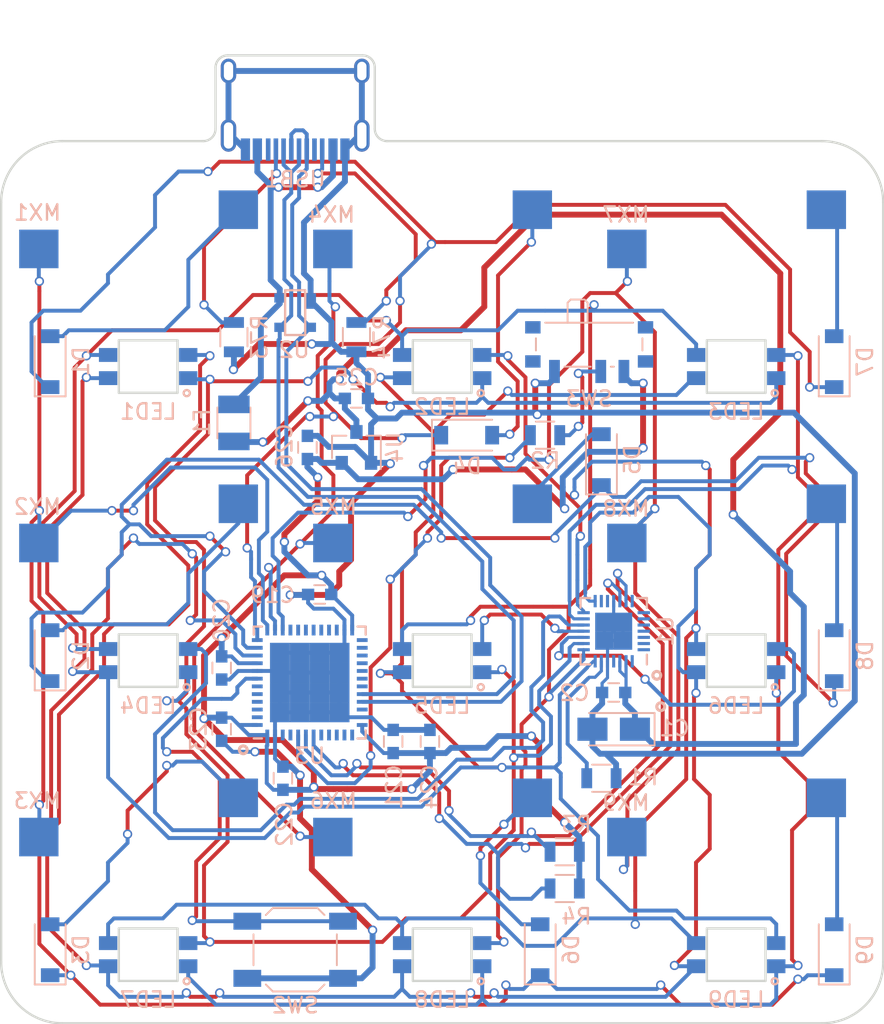
<source format=kicad_pcb>
(kicad_pcb (version 20221018) (generator pcbnew)
  (layers (0 "F.Cu" signal) (31 "B.Cu" signal) (34 "B.Paste" user) (35 "F.Paste" user) (36 "B.SilkS" user "B.Silkscreen") (37 "F.SilkS" user "F.Silkscreen") (38 "B.Mask" user) (39 "F.Mask" user) (44 "Edge.Cuts" user))
  (net 0 "")
  (net 1 "+5V")
  (net 2 "GND")
  (net 3 "Net-(D1-Pad2)")
  (net 4 "ROW0")
  (net 5 "ROW1")
  (net 6 "ROW2")
  (net 7 "VCC")
  (net 8 "COL1")
  (net 9 "COL2")
  (net 10 "COL0")
  (net 11 "D-")
  (net 12 "D+")
  (net 13 "Net-(R73-Pad2)")
  (net 14 "Net-(R74-Pad2)")
  (net 15 "Net-(USB1-Pad9)")
  (net 16 "Net-(USB1-Pad3)")
  (net 17 "+3V3")
  (net 18 "Net-(SW2-Pad2)")
  (net 19 "Net-(R2-Pad2)")
  (net 20 "Net-(R2-Pad1)")
  (net 21 "Net-(U3-Pad46)")
  (net 22 "Net-(U3-Pad45)")
  (net 23 "Net-(U3-Pad41)")
  (net 24 "Net-(U3-Pad40)")
  (net 25 "Net-(U3-Pad39)")
  (net 26 "Net-(U3-Pad27)")
  (net 27 "Net-(U3-Pad26)")
  (net 28 "Net-(U3-Pad25)")
  (net 29 "Net-(U3-Pad6)")
  (net 30 "Net-(U3-Pad5)")
  (net 31 "Net-(U3-Pad4)")
  (net 32 "Net-(U3-Pad3)")
  (net 33 "Net-(U3-Pad2)")
  (net 34 "SWCLK")
  (net 35 "SWDIO")
  (net 36 "Net-(D2-Pad2)")
  (net 37 "Net-(D3-Pad2)")
  (net 38 "Net-(D4-Pad2)")
  (net 39 "Net-(D5-Pad2)")
  (net 40 "Net-(D6-Pad2)")
  (net 41 "Net-(D7-Pad2)")
  (net 42 "Net-(D8-Pad2)")
  (net 43 "Net-(D9-Pad2)")
  (net 44 "CB1")
  (net 45 "CB9")
  (net 46 "CB3")
  (net 47 "CB2")
  (net 48 "CB8")
  (net 49 "CB7")
  (net 50 "CB6")
  (net 51 "CB5")
  (net 52 "CB4")
  (net 53 "Net-(R1-Pad2)")
  (net 54 "CA8")
  (net 55 "CA7")
  (net 56 "CA6")
  (net 57 "CA5")
  (net 58 "CA4")
  (net 59 "CA3")
  (net 60 "CA2")
  (net 61 "CA1")
  (net 62 "SCL")
  (net 63 "SDA")
  (net 64 "Net-(U1-Pad17)")
  (net 65 "Net-(U1-Pad16)")
  (net 66 "Net-(U1-Pad4)")
  (net 67 "CA9")
  (net 68 "Net-(U3-Pad16)")
  (net 69 "Net-(U3-Pad30)")
  (net 70 "Net-(U3-Pad19)")
  (net 71 "Net-(U3-Pad18)")
  (net 72 "Net-(U3-Pad17)")
  (net 73 "Net-(U3-Pad38)")
  (net 74 "Net-(U3-Pad31)")
  (net 75 "Net-(U3-Pad29)")
  (net 76 "Net-(U3-Pad22)")
  (net 77 "Net-(U3-Pad21)")
  (net 78 "Net-(U3-Pad20)")
  (net 79 "Net-(U3-Pad28)")
  (footprint "MX_Alps_Hybrid:MXOnly-1U-Hotswap" (layer "F.Cu") (at 39.6875 39.6875)
    (fp_text reference "MX1")
    (fp_text value "MX-1U")
  )
  (footprint "MX_Alps_Hybrid:MXOnly-1U-Hotswap" (layer "F.Cu") (at 39.6875 58.7375)
    (fp_text reference "MX2")
    (fp_text value "MX-1U")
  )
  (footprint "MX_Alps_Hybrid:MXOnly-1U-Hotswap" (layer "F.Cu") (at 39.6875 77.7875)
    (fp_text reference "MX3")
    (fp_text value "MX-1U")
  )
  (footprint "MX_Alps_Hybrid:MXOnly-1U-Hotswap" (layer "F.Cu") (at 58.7375 39.6875)
    (fp_text reference "MX4")
    (fp_text value "MX-1U")
  )
  (footprint "MX_Alps_Hybrid:MXOnly-1U-Hotswap" (layer "F.Cu") (at 58.7375 58.7375)
    (fp_text reference "MX5")
    (fp_text value "MX-1U")
  )
  (footprint "MX_Alps_Hybrid:MXOnly-1U-Hotswap" (layer "F.Cu") (at 58.7375 77.7875)
    (fp_text reference "MX6")
    (fp_text value "MX-1U")
  )
  (footprint "MX_Alps_Hybrid:MXOnly-1U-Hotswap" (layer "F.Cu") (at 77.7875 58.7375)
    (fp_text reference "MX8")
    (fp_text value "MX-1U")
  )
  (footprint "MX_Alps_Hybrid:MXOnly-1U-Hotswap" (layer "F.Cu") (at 77.7875 77.7875)
    (fp_text reference "MX9")
    (fp_text value "MX-1U")
  )
  (footprint "MX_Alps_Hybrid:MXOnly-1U-Hotswap" (layer "F.Cu") (at 77.7875 39.6875)
    (fp_text reference "MX7")
    (fp_text value "MX-1U")
  )
  (footprint "Capacitors_SMD:C_0603" (layer "B.Cu") (at 50.8 59.53125 180)
    (fp_text reference "C19")
    (fp_text value "0.1uF")
  )
  (footprint "Capacitors_SMD:C_0603" (layer "B.Cu") (at 44.45 64.29375 -90)
    (fp_text reference "C20")
    (fp_text value "0.1uF")
  )
  (footprint "Capacitors_SMD:C_0603" (layer "B.Cu") (at 55.5625 69.05625 90)
    (fp_text reference "C21")
    (fp_text value "0.1uF")
  )
  (footprint "Capacitors_SMD:C_0603" (layer "B.Cu") (at 48.41875 71.4375 90)
    (fp_text reference "C22")
    (fp_text value "0.1uF")
  )
  (footprint "Capacitors_SMD:C_0603" (layer "B.Cu") (at 44.45 68.2625 -90)
    (fp_text reference "C23")
    (fp_text value "4.7uF")
  )
  (footprint "Capacitors_SMD:C_0603" (layer "B.Cu") (at 57.94375 69.05625 90)
    (fp_text reference "C24")
    (fp_text value "4.7uF")
  )
  (footprint "Capacitors_SMD:C_0603" (layer "B.Cu") (at 53.18125 46.83125)
    (fp_text reference "C25")
    (fp_text value "1uF")
  )
  (footprint "Capacitors_SMD:C_0603" (layer "B.Cu") (at 50.00625 50.00625 90)
    (fp_text reference "C26")
    (fp_text value "1uF")
  )
  (footprint "Diodes_SMD:D_SOD-123" (layer "B.Cu") (at 33.3375 63.5 90)
    (fp_text reference "D2")
    (fp_text value "SOD-123")
  )
  (footprint "Diodes_SMD:D_SOD-123" (layer "B.Cu") (at 33.3375 82.55 90)
    (fp_text reference "D3")
    (fp_text value "SOD-123")
  )
  (footprint "Diodes_SMD:D_SOD-123" (layer "B.Cu") (at 69.05625 50.8 90)
    (fp_text reference "D5")
    (fp_text value "SOD-123")
  )
  (footprint "Diodes_SMD:D_SOD-123" (layer "B.Cu") (at 65.0875 82.55 90)
    (fp_text reference "D6")
    (fp_text value "SOD-123")
  )
  (footprint "Diodes_SMD:D_SOD-123" (layer "B.Cu") (at 84.1375 44.45 90)
    (fp_text reference "D7")
    (fp_text value "SOD-123")
  )
  (footprint "Diodes_SMD:D_SOD-123" (layer "B.Cu") (at 84.1375 63.5 90)
    (fp_text reference "D8")
    (fp_text value "SOD-123")
  )
  (footprint "Diodes_SMD:D_SOD-123" (layer "B.Cu") (at 84.1375 82.55 90)
    (fp_text reference "D9")
    (fp_text value "SOD-123")
  )
  (footprint "random-keyboard-parts:RGB-6028" (layer "B.Cu") (at 39.6875 39.6875 180)
    (fp_text reference "LED1")
    (fp_text value "RGB-6028")
    (fp_line (start -1.9 -3.38) (end -1.9 -6.78) (stroke (width 0.15)) (layer "Edge.Cuts"))
    (fp_line (start 1.9 -6.78) (end -1.9 -6.78) (stroke (width 0.15)) (layer "Edge.Cuts"))
    (fp_line (start 1.9 -3.38) (end -1.9 -3.38) (stroke (width 0.15)) (layer "Edge.Cuts"))
    (fp_line (start 1.9 -3.38) (end 1.9 -6.78) (stroke (width 0.15)) (layer "Edge.Cuts"))
  )
  (footprint "random-keyboard-parts:RGB-6028" (layer "B.Cu") (at 58.7375 39.6875 180)
    (fp_text reference "LED2")
    (fp_text value "RGB-6028")
    (fp_line (start -1.9 -3.38) (end -1.9 -6.78) (stroke (width 0.15)) (layer "Edge.Cuts"))
    (fp_line (start 1.9 -6.78) (end -1.9 -6.78) (stroke (width 0.15)) (layer "Edge.Cuts"))
    (fp_line (start 1.9 -3.38) (end -1.9 -3.38) (stroke (width 0.15)) (layer "Edge.Cuts"))
    (fp_line (start 1.9 -3.38) (end 1.9 -6.78) (stroke (width 0.15)) (layer "Edge.Cuts"))
  )
  (footprint "random-keyboard-parts:RGB-6028" (layer "B.Cu") (at 77.7875 39.6875 180)
    (fp_text reference "LED3")
    (fp_text value "RGB-6028")
    (fp_line (start -1.9 -3.38) (end -1.9 -6.78) (stroke (width 0.15)) (layer "Edge.Cuts"))
    (fp_line (start 1.9 -6.78) (end -1.9 -6.78) (stroke (width 0.15)) (layer "Edge.Cuts"))
    (fp_line (start 1.9 -3.38) (end -1.9 -3.38) (stroke (width 0.15)) (layer "Edge.Cuts"))
    (fp_line (start 1.9 -3.38) (end 1.9 -6.78) (stroke (width 0.15)) (layer "Edge.Cuts"))
  )
  (footprint "random-keyboard-parts:RGB-6028" (layer "B.Cu") (at 39.6875 58.7375 180)
    (fp_text reference "LED4")
    (fp_text value "RGB-6028")
    (fp_line (start -1.9 -3.38) (end -1.9 -6.78) (stroke (width 0.15)) (layer "Edge.Cuts"))
    (fp_line (start 1.9 -6.78) (end -1.9 -6.78) (stroke (width 0.15)) (layer "Edge.Cuts"))
    (fp_line (start 1.9 -3.38) (end -1.9 -3.38) (stroke (width 0.15)) (layer "Edge.Cuts"))
    (fp_line (start 1.9 -3.38) (end 1.9 -6.78) (stroke (width 0.15)) (layer "Edge.Cuts"))
  )
  (footprint "random-keyboard-parts:RGB-6028" (layer "B.Cu") (at 58.7375 58.7375 180)
    (fp_text reference "LED5")
    (fp_text value "RGB-6028")
    (fp_line (start -1.9 -3.38) (end -1.9 -6.78) (stroke (width 0.15)) (layer "Edge.Cuts"))
    (fp_line (start 1.9 -6.78) (end -1.9 -6.78) (stroke (width 0.15)) (layer "Edge.Cuts"))
    (fp_line (start 1.9 -3.38) (end -1.9 -3.38) (stroke (width 0.15)) (layer "Edge.Cuts"))
    (fp_line (start 1.9 -3.38) (end 1.9 -6.78) (stroke (width 0.15)) (layer "Edge.Cuts"))
  )
  (footprint "random-keyboard-parts:RGB-6028" (layer "B.Cu") (at 77.7875 58.7375 180)
    (fp_text reference "LED6")
    (fp_text value "RGB-6028")
    (fp_line (start -1.9 -3.38) (end -1.9 -6.78) (stroke (width 0.15)) (layer "Edge.Cuts"))
    (fp_line (start 1.9 -6.78) (end -1.9 -6.78) (stroke (width 0.15)) (layer "Edge.Cuts"))
    (fp_line (start 1.9 -3.38) (end -1.9 -3.38) (stroke (width 0.15)) (layer "Edge.Cuts"))
    (fp_line (start 1.9 -3.38) (end 1.9 -6.78) (stroke (width 0.15)) (layer "Edge.Cuts"))
  )
  (footprint "random-keyboard-parts:RGB-6028" (layer "B.Cu") (at 39.6875 77.7875 180)
    (fp_text reference "LED7")
    (fp_text value "RGB-6028")
    (fp_line (start -1.9 -3.38) (end -1.9 -6.78) (stroke (width 0.15)) (layer "Edge.Cuts"))
    (fp_line (start 1.9 -6.78) (end -1.9 -6.78) (stroke (width 0.15)) (layer "Edge.Cuts"))
    (fp_line (start 1.9 -3.38) (end -1.9 -3.38) (stroke (width 0.15)) (layer "Edge.Cuts"))
    (fp_line (start 1.9 -3.38) (end 1.9 -6.78) (stroke (width 0.15)) (layer "Edge.Cuts"))
  )
  (footprint "random-keyboard-parts:RGB-6028" (layer "B.Cu") (at 58.7375 77.7875 180)
    (fp_text reference "LED8")
    (fp_text value "RGB-6028")
    (fp_line (start -1.9 -3.38) (end -1.9 -6.78) (stroke (width 0.15)) (layer "Edge.Cuts"))
    (fp_line (start 1.9 -6.78) (end -1.9 -6.78) (stroke (width 0.15)) (layer "Edge.Cuts"))
    (fp_line (start 1.9 -3.38) (end -1.9 -3.38) (stroke (width 0.15)) (layer "Edge.Cuts"))
    (fp_line (start 1.9 -3.38) (end 1.9 -6.78) (stroke (width 0.15)) (layer "Edge.Cuts"))
  )
  (footprint "random-keyboard-parts:RGB-6028" (layer "B.Cu") (at 77.7875 77.7875 180)
    (fp_text reference "LED9")
    (fp_text value "RGB-6028")
    (fp_line (start -1.9 -3.38) (end -1.9 -6.78) (stroke (width 0.15)) (layer "Edge.Cuts"))
    (fp_line (start 1.9 -6.78) (end -1.9 -6.78) (stroke (width 0.15)) (layer "Edge.Cuts"))
    (fp_line (start 1.9 -3.38) (end -1.9 -3.38) (stroke (width 0.15)) (layer "Edge.Cuts"))
    (fp_line (start 1.9 -3.38) (end 1.9 -6.78) (stroke (width 0.15)) (layer "Edge.Cuts"))
  )
  (footprint "Resistors_SMD:R_0805" (layer "B.Cu") (at 69.05625 71.4375 180)
    (fp_text reference "R1")
    (fp_text value "20k")
  )
  (footprint "Resistors_SMD:R_0805" (layer "B.Cu") (at 65.405 49.2125)
    (fp_text reference "R2")
    (fp_text value "10k")
  )
  (footprint "Resistors_SMD:R_0805" (layer "B.Cu") (at 45.24375 42.8625 90)
    (fp_text reference "R73")
    (fp_text value "5.1k")
  )
  (footprint "Resistors_SMD:R_0805" (layer "B.Cu") (at 53.18125 42.8625 90)
    (fp_text reference "R74")
    (fp_text value "5.1k")
  )
  (footprint "Buttons_Switches_SMD:SW_SPDT_PCM12" (layer "B.Cu") (at 68.2625 43.65625)
    (fp_text reference "SW3")
    (fp_text value "SW_SPDT")
  )
  (footprint "Housings_DFN_QFN:QFN-48-1EP_7x7mm_Pitch0.5mm" (layer "B.Cu") (at 50.15625 65.2375)
    (fp_text reference "U3")
    (fp_text value "STM32F072CBUx")
  )
  (footprint "TO_SOT_Packages_SMD:SOT-23" (layer "B.Cu") (at 53.18125 50.00625 90)
    (fp_text reference "U4")
    (fp_text value "MCP1700-3002E_SOT23")
  )
  (footprint "Buttons_Switches_SMD:SW_SPST_SKQG" (layer "B.Cu") (at 49.2125 82.55)
    (fp_text reference "SW2")
    (fp_text value "SW_Push")
  )
  (footprint "Fuse_Holders_and_Fuses:Fuse_SMD1206_Reflow" (layer "B.Cu") (at 45.24375 48.41875 90)
    (fp_text reference "F1")
    (fp_text value "500mA")
  )
  (footprint "Diodes_SMD:D_SOD-123" (layer "B.Cu") (at 33.3375 44.45 90)
    (fp_text reference "D1")
    (fp_text value "SOD-123")
  )
  (footprint "Diodes_SMD:D_SOD-123" (layer "B.Cu") (at 60.325 49.2125)
    (fp_text reference "D4")
    (fp_text value "SOD-123")
  )
  (footprint "Housings_DFN_QFN:QFN-28-1EP_4x4mm_Pitch0.4mm" (layer "B.Cu") (at 69.85 61.9125 90)
    (fp_text reference "U1")
    (fp_text value "IS31FL3731-QFLS2")
  )
  (footprint "Capacitors_Tantalum_SMD:CP_Tantalum_Case-A_EIA-3216-18_Reflow" (layer "B.Cu") (at 69.85 68.2625 180)
    (fp_text reference "C1")
    (fp_text value "10uF")
  )
  (footprint "Capacitors_SMD:C_0603" (layer "B.Cu") (at 69.85 65.88125 180)
    (fp_text reference "C2")
    (fp_text value "0.1uF")
  )
  (footprint "random-keyboard-parts:SOT143B" (layer "B.Cu") (at 49.2125 41.275 -90)
    (fp_text reference "U2")
    (fp_text value "PRTR5V0U2X")
  )
  (footprint "Resistors_SMD:R_0805" (layer "B.Cu") (at 66.675 76.2)
    (fp_text reference "R3")
    (fp_text value "2k")
  )
  (footprint "Resistors_SMD:R_0805" (layer "B.Cu") (at 66.675 78.58125)
    (fp_text reference "R4")
    (fp_text value "2k")
  )
  (footprint "Type-C:HRO-TYPE-C-31-M-12-Assembly" (layer "B.Cu") (at 49.2125 23.01875)
    (fp_text reference "USB1")
    (fp_text value "HRO-TYPE-C-31-M-12")
  )
  (gr_circle (center 45.847 69.596) (end 45.847 69.342) (stroke (width 0.2)) (fill none) (layer "B.SilkS"))
  (gr_circle (center 72.898 66.802) (end 72.898 66.548) (stroke (width 0.2)) (fill none) (layer "B.SilkS"))
  (gr_circle (center 72.644 64.77) (end 72.644 64.516) (stroke (width 0.2)) (fill none) (layer "B.SilkS"))
  (gr_line (start 34.13125 87.3125) (end 83.34375 87.3125) (stroke (width 0.15)) (layer "Edge.Cuts"))
  (gr_line (start 44.053125 25.4) (end 44.053125 29.36875) (stroke (width 0.15)) (layer "Edge.Cuts"))
  (gr_line (start 53.578125 24.60625) (end 44.846875 24.60625) (stroke (width 0.15)) (layer "Edge.Cuts"))
  (gr_arc (start 87.3125 83.34375) (mid 86.15008 86.15008) (end 83.34375 87.3125) (stroke (width 0.15)) (layer "Edge.Cuts"))
  (gr_line (start 30.1625 34.13125) (end 30.1625 83.34375) (stroke (width 0.15)) (layer "Edge.Cuts"))
  (gr_arc (start 44.053125 25.4) (mid 44.285609 24.838734) (end 44.846875 24.60625) (stroke (width 0.15)) (layer "Edge.Cuts"))
  (gr_line (start 87.3125 83.34375) (end 87.3125 34.13125) (stroke (width 0.15)) (layer "Edge.Cuts"))
  (gr_arc (start 34.13125 87.3125) (mid 31.32492 86.15008) (end 30.1625 83.34375) (stroke (width 0.15)) (layer "Edge.Cuts"))
  (gr_line (start 43.259375 30.1625) (end 34.13125 30.1625) (stroke (width 0.15)) (layer "Edge.Cuts"))
  (gr_arc (start 44.053125 29.36875) (mid 43.820641 29.930016) (end 43.259375 30.1625) (stroke (width 0.15)) (layer "Edge.Cuts"))
  (gr_arc (start 53.578125 24.60625) (mid 54.139391 24.838734) (end 54.371875 25.4) (stroke (width 0.15)) (layer "Edge.Cuts"))
  (gr_arc (start 55.165625 30.1625) (mid 54.604359 29.930016) (end 54.371875 29.36875) (stroke (width 0.15)) (layer "Edge.Cuts"))
  (gr_arc (start 30.1625 34.13125) (mid 31.32492 31.32492) (end 34.13125 30.1625) (stroke (width 0.15)) (layer "Edge.Cuts"))
  (gr_line (start 55.165625 30.1625) (end 83.34375 30.1625) (stroke (width 0.15)) (layer "Edge.Cuts"))
  (gr_line (start 54.371875 29.36875) (end 54.371875 25.4) (stroke (width 0.15)) (layer "Edge.Cuts"))
  (gr_arc (start 83.34375 30.1625) (mid 86.15008 31.32492) (end 87.3125 34.13125) (stroke (width 0.15)) (layer "Edge.Cuts"))
  (segment (start 61.468 40.894) (end 61.468 38.354) (width 0.381) (layer "F.Cu") (net 1))
  (segment (start 54.864 43.942) (end 56.388 42.418) (width 0.381) (layer "F.Cu") (net 1))
  (segment (start 64.897 34.925) (end 76.835 34.925) (width 0.381) (layer "F.Cu") (net 1))
  (segment (start 61.468 38.354) (end 64.897 34.925) (width 0.381) (layer "F.Cu") (net 1))
  (segment (start 53.34 43.942) (end 54.864 43.942) (width 0.381) (layer "F.Cu") (net 1))
  (segment (start 77.597 50.8) (end 77.597 54.356) (width 0.381) (layer "F.Cu") (net 1))
  (segment (start 59.944 42.418) (end 61.468 40.894) (width 0.381) (layer "F.Cu") (net 1))
  (segment (start 56.388 42.418) (end 59.944 42.418) (width 0.381) (layer "F.Cu") (net 1))
  (segment (start 47.371 49.657) (end 50.038 46.99) (width 0.381) (layer "F.Cu") (net 1))
  (segment (start 80.645 47.752) (end 77.597 50.8) (width 0.381) (layer "F.Cu") (net 1))
  (segment (start 52.07 45.212) (end 53.34 43.942) (width 0.381) (layer "F.Cu") (net 1))
  (segment (start 76.835 34.925) (end 80.645 38.735) (width 0.381) (layer "F.Cu") (net 1))
  (segment (start 47.117 49.657) (end 47.371 49.657) (width 0.381) (layer "F.Cu") (net 1))
  (segment (start 80.645 38.735) (end 80.645 47.752) (width 0.381) (layer "F.Cu") (net 1))
  (segment (start 52.07 45.593) (end 52.07 45.212) (width 0.381) (layer "F.Cu") (net 1))
  (via (at 77.597 54.356) (size 0.6) (drill 0.4) (layers "F.Cu" "B.Cu") (net 1))
  (via (at 52.07 45.593) (size 0.6) (drill 0.4) (layers "F.Cu" "B.Cu") (net 1))
  (via (at 47.117 49.657) (size 0.6) (drill 0.4) (layers "F.Cu" "B.Cu") (net 1))
  (via (at 50.038 46.99) (size 0.6) (drill 0.4) (layers "F.Cu" "B.Cu") (net 1))
  (segment (start 51.435 46.482) (end 51.435 45.847) (width 0.381) (layer "B.Cu") (net 1))
  (segment (start 70.25 63.8625) (end 70.25 64.497) (width 0.2032) (layer "B.Cu") (net 1))
  (segment (start 50.927 46.99) (end 51.435 46.482) (width 0.381) (layer "B.Cu") (net 1))
  (segment (start 52.2725 46.99) (end 52.43125 46.83125) (width 0.381) (layer "B.Cu") (net 1))
  (segment (start 70.65 65.83125) (end 70.6 65.88125) (width 0.2032) (layer "B.Cu") (net 1))
  (segment (start 51.78425 46.83125) (end 51.435 46.482) (width 0.381) (layer "B.Cu") (net 1))
  (segment (start 71.4375 68.2625) (end 72.39 69.215) (width 0.381) (layer "B.Cu") (net 1))
  (segment (start 51.689 45.593) (end 52.07 45.593) (width 0.381) (layer "B.Cu") (net 1))
  (segment (start 81.661 66.548) (end 82.169 66.04) (width 0.381) (layer "B.Cu") (net 1))
  (segment (start 70.6 66.5995) (end 71.225 67.2245) (width 0.381) (layer "B.Cu") (net 1))
  (segment (start 72.39 69.215) (end 81.661 69.215) (width 0.381) (layer "B.Cu") (net 1))
  (segment (start 51.435 45.847) (end 51.689 45.593) (width 0.381) (layer "B.Cu") (net 1))
  (segment (start 45.282 49.657) (end 45.24375 49.61875) (width 0.381) (layer "B.Cu") (net 1))
  (segment (start 71.225 68.2625) (end 71.4375 68.2625) (width 0.381) (layer "B.Cu") (net 1))
  (segment (start 52.43125 46.83125) (end 51.78425 46.83125) (width 0.381) (layer "B.Cu") (net 1))
  (segment (start 82.169 66.04) (end 82.169 60.325) (width 0.381) (layer "B.Cu") (net 1))
  (segment (start 81.28 58.039) (end 77.597 54.356) (width 0.381) (layer "B.Cu") (net 1))
  (segment (start 53.18125 49.00625) (end 53.18125 48.248) (width 0.381) (layer "B.Cu") (net 1))
  (segment (start 50.038 46.99) (end 50.927 46.99) (width 0.381) (layer "B.Cu") (net 1))
  (segment (start 52.43125 46.83125) (end 52.43125 47.498) (width 0.381) (layer "B.Cu") (net 1))
  (segment (start 81.28 59.436) (end 81.28 58.039) (width 0.381) (layer "B.Cu") (net 1))
  (segment (start 81.661 69.215) (end 81.661 66.548) (width 0.381) (layer "B.Cu") (net 1))
  (segment (start 53.18125 48.248) (end 52.43125 47.498) (width 0.381) (layer "B.Cu") (net 1))
  (segment (start 70.6 65.88125) (end 70.6 66.5995) (width 0.381) (layer "B.Cu") (net 1))
  (segment (start 70.25 64.497) (end 70.65 64.897) (width 0.2032) (layer "B.Cu") (net 1))
  (segment (start 70.65 64.897) (end 70.65 65.83125) (width 0.2032) (layer "B.Cu") (net 1))
  (segment (start 70.65 63.8625) (end 70.65 64.897) (width 0.2032) (layer "B.Cu") (net 1))
  (segment (start 71.225 67.2245) (end 71.225 68.2625) (width 0.381) (layer "B.Cu") (net 1))
  (segment (start 82.169 60.325) (end 81.28 59.436) (width 0.381) (layer "B.Cu") (net 1))
  (segment (start 47.117 49.657) (end 45.282 49.657) (width 0.381) (layer "B.Cu") (net 1))
  (segment (start 50.292 74.803) (end 50.292 77.343) (width 0.381) (layer "F.Cu") (net 2))
  (segment (start 52.832 53.594) (end 55.372 51.054) (width 0.381) (layer "F.Cu") (net 2))
  (segment (start 49.53 74.041) (end 50.292 74.803) (width 0.381) (layer "F.Cu") (net 2))
  (segment (start 49.911 43.307) (end 50.292 43.307) (width 0.381) (layer "F.Cu") (net 2))
  (segment (start 48.006 69.723) (end 49.53 71.247) (width 0.381) (layer "F.Cu") (net 2))
  (segment (start 49.53 71.247) (end 49.53 74.041) (width 0.381) (layer "F.Cu") (net 2))
  (segment (start 64.77 47.752) (end 64.77 47.244) (width 0.381) (layer "F.Cu") (net 2))
  (segment (start 52.832 53.594) (end 52.832 57.277) (width 0.381) (layer "F.Cu") (net 2))
  (segment (start 52.07 58.928) (end 51.435 59.563) (width 0.381) (layer "F.Cu") (net 2))
  (segment (start 46.863 43.307) (end 49.911 43.307) (width 0.381) (layer "F.Cu") (net 2))
  (segment (start 50.292 77.343) (end 54.229 81.28) (width 0.381) (layer "F.Cu") (net 2))
  (segment (start 52.832 57.277) (end 52.324 57.785) (width 0.381) (layer "F.Cu") (net 2))
  (segment (start 64.77 47.244) (end 64.77 45.847) (width 0.381) (layer "F.Cu") (net 2))
  (segment (start 52.324 57.785) (end 52.07 58.039) (width 0.381) (layer "F.Cu") (net 2))
  (segment (start 45.212 44.958) (end 46.863 43.307) (width 0.381) (layer "F.Cu") (net 2))
  (segment (start 46.609 69.723) (end 48.006 69.723) (width 0.381) (layer "F.Cu") (net 2))
  (segment (start 52.07 58.039) (end 52.07 58.928) (width 0.381) (layer "F.Cu") (net 2))
  (segment (start 51.435 59.563) (end 48.895 59.563) (width 0.381) (layer "F.Cu") (net 2))
  (segment (start 64.897 47.879) (end 64.77 47.752) (width 0.381) (layer "F.Cu") (net 2))
  (via (at 50.292 43.307) (size 0.6) (drill 0.4) (layers "F.Cu" "B.Cu") (net 2))
  (via (at 48.895 59.563) (size 0.6) (drill 0.4) (layers "F.Cu" "B.Cu") (net 2))
  (via (at 64.897 47.879) (size 0.6) (drill 0.4) (layers "F.Cu" "B.Cu") (net 2))
  (via (at 54.229 81.28) (size 0.6) (drill 0.4) (layers "F.Cu" "B.Cu") (net 2))
  (via (at 46.609 69.723) (size 0.6) (drill 0.4) (layers "F.Cu" "B.Cu") (net 2))
  (via (at 45.212 44.958) (size 0.6) (drill 0.4) (layers "F.Cu" "B.Cu") (net 2))
  (via (at 64.77 45.847) (size 0.6) (drill 0.4) (layers "F.Cu" "B.Cu") (net 2))
  (via (at 49.53 71.247) (size 0.6) (drill 0.4) (layers "F.Cu" "B.Cu") (net 2))
  (via (at 55.372 51.054) (size 0.6) (drill 0.4) (layers "F.Cu" "B.Cu") (net 2))
  (segment (start 54.13125 51.00625) (end 54.13125 48.768) (width 0.381) (layer "B.Cu") (net 2))
  (segment (start 51.39125 49.9745) (end 50.673 49.25625) (width 0.381) (layer "B.Cu") (net 2))
  (segment (start 68.475 67.2245) (end 68.475 68.2625) (width 0.381) (layer "B.Cu") (net 2))
  (segment (start 50.419 60.452) (end 50.05 60.083) (width 0.254) (layer "B.Cu") (net 2))
  (segment (start 66.0125 45.4935) (end 65.659 45.847) (width 0.381) (layer "B.Cu") (net 2))
  (segment (start 69.342 69.85) (end 68.961 69.85) (width 0.381) (layer "B.Cu") (net 2))
  (segment (start 52.0875 67.16875) (end 48.225 67.16875) (width 0.254) (layer "B.Cu") (net 2))
  (segment (start 52.4375 32.7795) (end 52.4375 32.6525) (width 0.381) (layer "B.Cu") (net 2))
  (segment (start 48.225 67.16875) (end 48.225 65.88125) (width 0.254) (layer "B.Cu") (net 2))
  (segment (start 49.784 35.433) (end 52.4375 32.7795) (width 0.381) (layer "B.Cu") (net 2))
  (segment (start 53.0995 49.9745) (end 51.39125 49.9745) (width 0.381) (layer "B.Cu") (net 2))
  (segment (start 69.342 69.85) (end 82.042 69.85) (width 0.381) (layer "B.Cu") (net 2))
  (segment (start 54.97125 68.30625) (end 55.5625 68.30625) (width 0.254) (layer "B.Cu") (net 2))
  (segment (start 63.627 47.752) (end 64.77 47.752) (width 0.381) (layer "B.Cu") (net 2))
  (segment (start 50.673 49.25625) (end 50.00625 49.25625) (width 0.381) (layer "B.Cu") (net 2))
  (segment (start 45.0725 29.79875) (end 45.9875 30.71375) (width 0.381) (layer "B.Cu") (net 2))
  (segment (start 53.5325 29.79875) (end 53.3525 29.79875) (width 0.381) (layer "B.Cu") (net 2))
  (segment (start 45.24375 43.8125) (end 45.24375 44.92625) (width 0.381) (layer "B.Cu") (net 2))
  (segment (start 52.4375 30.71375) (end 52.4375 32.6525) (width 0.381) (layer "B.Cu") (net 2))
  (segment (start 69.1 65.88125) (end 69.1 66.5995) (width 0.381) (layer "B.Cu") (net 2))
  (segment (start 85.471 66.421) (end 85.471 51.689) (width 0.381) (layer "B.Cu") (net 2))
  (segment (start 54.229 81.28) (end 54.229 83.693) (width 0.381) (layer "B.Cu") (net 2))
  (segment (start 69.45 63.8625) (end 69.45 64.928) (width 0.2032) (layer "B.Cu") (net 2))
  (segment (start 69.45 64.928) (end 69.1 65.278) (width 0.2032) (layer "B.Cu") (net 2))
  (segment (start 54.229 83.693) (end 53.522 84.4) (width 0.381) (layer "B.Cu") (net 2))
  (segment (start 47.90625 68.6375) (end 47.90625 67.4875) (width 0.254) (layer "B.Cu") (net 2))
  (segment (start 55.753 48.133) (end 54.51225 48.133) (width 0.381) (layer "B.Cu") (net 2))
  (segment (start 47.90625 68.6375) (end 47.90625 70.175) (width 0.254) (layer "B.Cu") (net 2))
  (segment (start 50.01825 59.563) (end 50.05 59.53125) (width 0.381) (layer "B.Cu") (net 2))
  (segment (start 70.00625 71.4375) (end 70.00625 70.51425) (width 0.381) (layer "B.Cu") (net 2))
  (segment (start 54.13125 51.00625) (end 55.32425 51.00625) (width 0.381) (layer "B.Cu") (net 2))
  (segment (start 53.93125 45.29525) (end 53.93125 46.83125) (width 0.381) (layer "B.Cu") (net 2))
  (segment (start 70.45 61.3125) (end 70.45 62.5125) (width 0.2032) (layer "B.Cu") (net 2))
  (segment (start 52.40625 61.8375) (end 52.40625 62.9875) (width 0.254) (layer "B.Cu") (net 2))
  (segment (start 54.13125 48.768) (end 54.13125 48.514) (width 0.381) (layer "B.Cu") (net 2))
  (segment (start 52.40625 61.8375) (end 52.40625 61.16925) (width 0.254) (layer "B.Cu") (net 2))
  (segment (start 69.45 62.3125) (end 70.45 61.3125) (width 0.2032) (layer "B.Cu") (net 2))
  (segment (start 46.75625 64.4875) (end 45.51425 64.4875) (width 0.254) (layer "B.Cu") (net 2))
  (segment (start 82.042 69.85) (end 85.471 66.421) (width 0.381) (layer "B.Cu") (net 2))
  (segment (start 50.2125 39.1635) (end 49.784 38.735) (width 0.381) (layer "B.Cu") (net 2))
  (segment (start 69.25 62.5125) (end 69.25 61.3125) (width 0.2032) (layer "B.Cu") (net 2))
  (segment (start 45.1605 69.723) (end 44.45 69.0125) (width 0.254) (layer "B.Cu") (net 2))
  (segment (start 52.40625 62.9875) (end 52.0875 63.30625) (width 0.254) (layer "B.Cu") (net 2))
  (segment (start 47.90625 67.4875) (end 48.225 67.16875) (width 0.254) (layer "B.Cu") (net 2))
  (segment (start 53.3525 29.79875) (end 52.4375 30.71375) (width 0.381) (layer "B.Cu") (net 2))
  (segment (start 50.292 43.307) (end 51.435 43.307) (width 0.381) (layer "B.Cu") (net 2))
  (segment (start 65.024 47.752) (end 64.897 47.879) (width 0.381) (layer "B.Cu") (net 2))
  (segment (start 53.55625 67.4875) (end 54.1525 67.4875) (width 0.254) (layer "B.Cu") (net 2))
  (segment (start 51.562 41.8745) (end 50.2125 40.525) (width 0.381) (layer "B.Cu") (net 2))
  (segment (start 51.562 43.18) (end 51.562 41.8745) (width 0.381) (layer "B.Cu") (net 2))
  (segment (start 44.8925 29.79875) (end 45.0725 29.79875) (width 0.381) (layer "B.Cu") (net 2))
  (segment (start 44.958 65.04375) (end 44.45 65.04375) (width 0.254) (layer "B.Cu") (net 2))
  (segment (start 68.475 69.364) (end 68.475 68.2625) (width 0.381) (layer "B.Cu") (net 2))
  (segment (start 55.5625 68.30625) (end 57.94375 68.30625) (width 0.381) (layer "B.Cu") (net 2))
  (segment (start 45.51425 64.4875) (end 44.958 65.04375) (width 0.254) (layer "B.Cu") (net 2))
  (segment (start 53.18125 43.8125) (end 52.1945 43.8125) (width 0.381) (layer "B.Cu") (net 2))
  (segment (start 49.784 38.735) (end 49.784 35.433) (width 0.381) (layer "B.Cu") (net 2))
  (segment (start 54.38525 48.006) (end 54.13125 47.752) (width 0.381) (layer "B.Cu") (net 2))
  (segment (start 64.77 47.752) (end 64.897 47.879) (width 0.381) (layer "B.Cu") (net 2))
  (segment (start 48.225 63.30625) (end 52.0875 63.30625) (width 0.254) (layer "B.Cu") (net 2))
  (segment (start 50.2125 40.525) (end 50.2125 39.1635) (width 0.381) (layer "B.Cu") (net 2))
  (segment (start 50.05 60.083) (end 50.05 59.53125) (width 0.254) (layer "B.Cu") (net 2))
  (segment (start 70.00625 70.51425) (end 69.342 69.85) (width 0.381) (layer "B.Cu") (net 2))
  (segment (start 53.18125 44.54525) (end 53.93125 45.29525) (width 0.381) (layer "B.Cu") (net 2))
  (segment (start 55.32425 51.00625) (end 55.372 51.054) (width 0.381) (layer "B.Cu") (net 2))
  (segment (start 69.45 63.8625) (end 69.45 62.3125) (width 0.2032) (layer "B.Cu") (net 2))
  (segment (start 52.40625 61.16925) (end 51.689 60.452) (width 0.254) (layer "B.Cu") (net 2))
  (segment (start 52.0875 64.59375) (end 48.225 64.59375) (width 0.254) (layer "B.Cu") (net 2))
  (segment (start 69.1 66.5995) (end 68.475 67.2245) (width 0.381) (layer "B.Cu") (net 2))
  (segment (start 53.522 84.4) (end 52.3125 84.4) (width 0.381) (layer "B.Cu") (net 2))
  (segment (start 46.75625 64.4875) (end 48.11875 64.4875) (width 0.254) (layer "B.Cu") (net 2))
  (segment (start 64.77 45.847) (end 65.659 45.847) (width 0.381) (layer "B.Cu") (net 2))
  (segment (start 47.90625 70.175) (end 48.41875 70.6875) (width 0.254) (layer "B.Cu") (net 2))
  (segment (start 53.93125 47.552) (end 54.13125 47.752) (width 0.381) (layer "B.Cu") (net 2))
  (segment (start 53.18125 43.8125) (end 53.18125 44.54525) (width 0.381) (layer "B.Cu") (net 2))
  (segment (start 53.93125 46.83125) (end 53.93125 47.552) (width 0.381) (layer "B.Cu") (net 2))
  (segment (start 69.1 65.278) (end 69.1 65.88125) (width 0.2032) (layer "B.Cu") (net 2))
  (segment (start 85.471 51.689) (end 81.534 47.752) (width 0.381) (layer "B.Cu") (net 2))
  (segment (start 68.961 69.85) (end 68.475 69.364) (width 0.381) (layer "B.Cu") (net 2))
  (segment (start 48.11875 64.4875) (end 48.225 64.59375) (width 0.254) (layer "B.Cu") (net 2))
  (segment (start 53.55625 67.4875) (end 52.40625 67.4875) (width 0.254) (layer "B.Cu") (net 2))
  (segment (start 45.24375 44.92625) (end 45.212 44.958) (width 0.381) (layer "B.Cu") (net 2))
  (segment (start 54.13125 48.514) (end 54.51225 48.133) (width 0.381) (layer "B.Cu") (net 2))
  (segment (start 48.41875 70.6875) (end 48.9705 70.6875) (width 0.381) (layer "B.Cu") (net 2))
  (segment (start 54.1525 67.4875) (end 54.97125 68.30625) (width 0.254) (layer "B.Cu") (net 2))
  (segment (start 54.13125 51.00625) (end 53.0995 49.9745) (width 0.381) (layer "B.Cu") (net 2))
  (segment (start 48.225 65.88125) (end 52.0875 65.88125) (width 0.254) (layer "B.Cu") (net 2))
  (segment (start 69.85 61.9125) (end 69.25 62.5125) (width 0.2032) (layer "B.Cu") (net 2))
  (segment (start 52.40625 67.4875) (end 52.0875 67.16875) (width 0.254) (layer "B.Cu") (net 2))
  (segment (start 69.25 61.3125) (end 70.45 61.3125) (width 0.2032) (layer "B.Cu") (net 2))
  (segment (start 52.1945 43.8125) (end 51.562 43.18) (width 0.381) (layer "B.Cu") (net 2))
  (segment (start 48.225 67.16875) (end 48.225 63.30625) (width 0.254) (layer "B.Cu") (net 2))
  (segment (start 52.0875 63.30625) (end 52.0875 67.16875) (width 0.254) (layer "B.Cu") (net 2))
  (segment (start 48.9705 70.6875) (end 49.53 71.247) (width 0.381) (layer "B.Cu") (net 2))
  (segment (start 46.609 69.723) (end 45.1605 69.723) (width 0.254) (layer "B.Cu") (net 2))
  (segment (start 46.1125 84.4) (end 52.3125 84.4) (width 0.381) (layer "B.Cu") (net 2))
  (segment (start 56.134 47.752) (end 55.753 48.133) (width 0.381) (layer "B.Cu") (net 2))
  (segment (start 54.51225 48.133) (end 54.38525 48.006) (width 0.381) (layer "B.Cu") (net 2))
  (segment (start 44.8925 25.61875) (end 53.5325 25.61875) (width 0.381) (layer "B.Cu") (net 2))
  (segment (start 53.5325 25.61875) (end 53.5325 29.79875) (width 0.381) (layer "B.Cu") (net 2))
  (segment (start 63.627 47.752) (end 56.134 47.752) (width 0.381) (layer "B.Cu") (net 2))
  (segment (start 81.534 47.752) (end 65.024 47.752) (width 0.381) (layer "B.Cu") (net 2))
  (segment (start 66.0125 45.08625) (end 66.0125 45.4935) (width 0.381) (layer "B.Cu") (net 2))
  (segment (start 48.895 59.563) (end 50.01825 59.563) (width 0.381) (layer "B.Cu") (net 2))
  (segment (start 51.689 60.452) (end 50.419 60.452) (width 0.254) (layer "B.Cu") (net 2))
  (segment (start 69.85 59.9625) (end 69.85 61.9125) (width 0.2032) (layer "B.Cu") (net 2))
  (segment (start 70.45 62.5125) (end 69.25 62.5125) (width 0.2032) (layer "B.Cu") (net 2))
  (segment (start 51.435 43.307) (end 51.562 43.18) (width 0.381) (layer "B.Cu") (net 2))
  (segment (start 44.8925 29.79875) (end 44.8925 25.61875) (width 0.381) (layer "B.Cu") (net 2))
  (segment (start 34.162 42.8) (end 34.544 42.418) (width 0.254) (layer "B.Cu") (net 3))
  (segment (start 33.3375 42.8) (end 34.162 42.8) (width 0.254) (layer "B.Cu") (net 3))
  (segment (start 34.544 42.418) (end 40.767 42.418) (width 0.254) (layer "B.Cu") (net 3))
  (segment (start 40.767 42.418) (end 42.291 40.894) (width 0.254) (layer "B.Cu") (net 3))
  (segment (start 42.291 40.894) (end 42.291 37.846) (width 0.254) (layer "B.Cu") (net 3))
  (segment (start 42.291 37.846) (end 45.5295 34.6075) (width 0.254) (layer "B.Cu") (net 3))
  (segment (start 54.61 43.307) (end 52.197 43.307) (width 0.254) (layer "F.Cu") (net 4))
  (segment (start 53.467 49.403) (end 56.134 49.403) (width 0.254) (layer "F.Cu") (net 4))
  (segment (start 49.911 48.006) (end 50.165 48.006) (width 0.254) (layer "F.Cu") (net 4))
  (segment (start 82.55 43.815) (end 82.55 46.101) (width 0.254) (layer "F.Cu") (net 4))
  (segment (start 58.928 36.703) (end 58.293 36.703) (width 0.254) (layer "F.Cu") (net 4))
  (segment (start 51.181 47.117) (end 51.816 47.752) (width 0.254) (layer "F.Cu") (net 4))
  (segment (start 43.561 32.131) (end 43.688 32.131) (width 0.254) (layer "F.Cu") (net 4))
  (segment (start 53.086 31.496) (end 57.531 35.941) (width 0.254) (layer "F.Cu") (net 4))
  (segment (start 46.101 56.515) (end 46.101 51.816) (width 0.254) (layer "F.Cu") (net 4))
  (segment (start 64.643 34.29) (end 77.089 34.29) (width 0.254) (layer "F.Cu") (net 4))
  (segment (start 51.181 44.323) (end 51.181 47.117) (width 0.254) (layer "F.Cu") (net 4))
  (segment (start 51.689 48.006) (end 51.689 47.879) (width 0.254) (layer "F.Cu") (net 4))
  (segment (start 58.166 36.703) (end 58.039 36.83) (width 0.254) (layer "F.Cu") (net 4))
  (segment (start 56.007 41.91) (end 54.61 43.307) (width 0.254) (layer "F.Cu") (net 4))
  (segment (start 58.293 36.703) (end 57.531 35.941) (width 0.254) (layer "F.Cu") (net 4))
  (segment (start 46.101 51.816) (end 49.911 48.006) (width 0.254) (layer "F.Cu") (net 4))
  (segment (start 81.28 42.545) (end 82.55 43.815) (width 0.254) (layer "F.Cu") (net 4))
  (segment (start 62.23 36.703) (end 64.643 34.29) (width 0.254) (layer "F.Cu") (net 4))
  (segment (start 51.816 47.752) (end 53.467 49.403) (width 0.254) (layer "F.Cu") (net 4))
  (segment (start 52.197 43.307) (end 51.181 44.323) (width 0.254) (layer "F.Cu") (net 4))
  (segment (start 51.689 47.879) (end 51.816 47.752) (width 0.254) (layer "F.Cu") (net 4))
  (segment (start 81.28 38.481) (end 81.28 42.545) (width 0.254) (layer "F.Cu") (net 4))
  (segment (start 44.323 31.496) (end 53.086 31.496) (width 0.254) (layer "F.Cu") (net 4))
  (segment (start 56.007 40.513) (end 56.007 41.91) (width 0.254) (layer "F.Cu") (net 4))
  (segment (start 58.928 36.703) (end 62.23 36.703) (width 0.254) (layer "F.Cu") (net 4))
  (segment (start 58.293 36.703) (end 58.166 36.703) (width 0.254) (layer "F.Cu") (net 4))
  (segment (start 43.688 32.131) (end 44.323 31.496) (width 0.254) (layer "F.Cu") (net 4))
  (segment (start 77.089 34.29) (end 81.28 38.481) (width 0.254) (layer "F.Cu") (net 4))
  (via (at 56.134 49.403) (size 0.6) (drill 0.4) (layers "F.Cu" "B.Cu") (net 4))
  (via (at 58.039 36.83) (size 0.6) (drill 0.4) (layers "F.Cu" "B.Cu") (net 4))
  (via (at 43.561 32.131) (size 0.6) (drill 0.4) (layers "F.Cu" "B.Cu") (net 4))
  (via (at 82.55 46.101) (size 0.6) (drill 0.4) (layers "F.Cu" "B.Cu") (net 4))
  (via (at 50.165 48.006) (size 0.6) (drill 0.4) (layers "F.Cu" "B.Cu") (net 4))
  (via (at 46.101 56.515) (size 0.6) (drill 0.4) (layers "F.Cu" "B.Cu") (net 4))
  (via (at 56.007 40.513) (size 0.6) (drill 0.4) (layers "F.Cu" "B.Cu") (net 4))
  (via (at 51.689 48.006) (size 0.6) (drill 0.4) (layers "F.Cu" "B.Cu") (net 4))
  (segment (start 58.675 49.2125) (end 56.3245 49.2125) (width 0.254) (layer "B.Cu") (net 4))
  (segment (start 35.306 41.148) (end 37.084 39.37) (width 0.254) (layer "B.Cu") (net 4))
  (segment (start 46.355 58.166) (end 46.355 57.277) (width 0.254) (layer "B.Cu") (net 4))
  (segment (start 82.55 46.101) (end 84.1365 46.101) (width 0.254) (layer "B.Cu") (net 4))
  (segment (start 58.039 36.83) (end 58.039 36.8935) (width 0.254) (layer "B.Cu") (net 4))
  (segment (start 32.131 41.91) (end 32.893 41.148) (width 0.254) (layer "B.Cu") (net 4))
  (segment (start 46.355 58.42) (end 46.355 58.166) (width 0.254) (layer "B.Cu") (net 4))
  (segment (start 50.165 48.006) (end 51.689 48.006) (width 0.254) (layer "B.Cu") (net 4))
  (segment (start 40.132 33.655) (end 41.656 32.131) (width 0.254) (layer "B.Cu") (net 4))
  (segment (start 46.75625 61.74225) (end 46.609 61.595) (width 0.254) (layer "B.Cu") (net 4))
  (segment (start 46.609 58.674) (end 46.355 58.42) (width 0.254) (layer "B.Cu") (net 4))
  (segment (start 32.893 41.148) (end 35.306 41.148) (width 0.254) (layer "B.Cu") (net 4))
  (segment (start 33.3375 46.1) (end 33.146 46.1) (width 0.254) (layer "B.Cu") (net 4))
  (segment (start 46.609 61.595) (end 46.609 58.674) (width 0.254) (layer "B.Cu") (net 4))
  (segment (start 46.355 57.277) (end 46.355 56.769) (width 0.254) (layer "B.Cu") (net 4))
  (segment (start 56.3245 49.2125) (end 56.134 49.403) (width 0.254) (layer "B.Cu") (net 4))
  (segment (start 32.131 45.085) (end 32.131 41.91) (width 0.254) (layer "B.Cu") (net 4))
  (segment (start 33.146 46.1) (end 32.131 45.085) (width 0.254) (layer "B.Cu") (net 4))
  (segment (start 37.084 38.7985) (end 40.132 35.7505) (width 0.254) (layer "B.Cu") (net 4))
  (segment (start 41.656 32.131) (end 43.561 32.131) (width 0.254) (layer "B.Cu") (net 4))
  (segment (start 84.1365 46.101) (end 84.1375 46.1) (width 0.254) (layer "B.Cu") (net 4))
  (segment (start 37.084 39.37) (end 37.084 38.7985) (width 0.254) (layer "B.Cu") (net 4))
  (segment (start 56.007 38.9255) (end 56.007 40.513) (width 0.254) (layer "B.Cu") (net 4))
  (segment (start 46.355 56.769) (end 46.101 56.515) (width 0.254) (layer "B.Cu") (net 4))
  (segment (start 40.132 35.7505) (end 40.132 33.655) (width 0.254) (layer "B.Cu") (net 4))
  (segment (start 58.039 36.8935) (end 56.007 38.9255) (width 0.254) (layer "B.Cu") (net 4))
  (segment (start 46.355 57.277) (end 46.355 57.15) (width 0.254) (layer "B.Cu") (net 4))
  (segment (start 46.75625 62.4875) (end 46.75625 61.74225) (width 0.254) (layer "B.Cu") (net 4))
  (segment (start 81.026 63.5) (end 83.693 66.167) (width 0.254) (layer "F.Cu") (net 5))
  (segment (start 83.693 66.167) (end 84.074 66.548) (width 0.254) (layer "F.Cu") (net 5))
  (segment (start 81.026 56.896) (end 81.026 63.5) (width 0.254) (layer "F.Cu") (net 5))
  (segment (start 82.296 50.927) (end 82.296 51.689) (width 0.254) (layer "F.Cu") (net 5))
  (segment (start 82.55 50.673) (end 82.296 50.927) (width 0.254) (layer "F.Cu") (net 5))
  (segment (start 83.058 54.864) (end 81.026 56.896) (width 0.254) (layer "F.Cu") (net 5))
  (segment (start 58.674 55.88) (end 66.04 55.88) (width 0.254) (layer "F.Cu") (net 5))
  (segment (start 82.296 51.689) (end 83.058 52.451) (width 0.254) (layer "F.Cu") (net 5))
  (segment (start 44.577 56.642) (end 43.688 55.753) (width 0.254) (layer "F.Cu") (net 5))
  (segment (start 83.058 52.451) (end 83.058 54.864) (width 0.254) (layer "F.Cu") (net 5))
  (segment (start 44.577 56.642) (end 44.704 56.769) (width 0.254) (layer "F.Cu") (net 5))
  (via (at 66.04 55.88) (size 0.6) (drill 0.4) (layers "F.Cu" "B.Cu") (net 5))
  (via (at 84.074 66.548) (size 0.6) (drill 0.4) (layers "F.Cu" "B.Cu") (net 5))
  (via (at 43.688 55.753) (size 0.6) (drill 0.4) (layers "F.Cu" "B.Cu") (net 5))
  (via (at 82.55 50.673) (size 0.6) (drill 0.4) (layers "F.Cu" "B.Cu") (net 5))
  (via (at 58.674 55.88) (size 0.6) (drill 0.4) (layers "F.Cu" "B.Cu") (net 5))
  (via (at 44.704 56.769) (size 0.6) (drill 0.4) (layers "F.Cu" "B.Cu") (net 5))
  (segment (start 79.248 50.673) (end 77.724 52.197) (width 0.254) (layer "B.Cu") (net 5))
  (segment (start 37.973 54.483) (end 38.481 54.991) (width 0.254) (layer "B.Cu") (net 5))
  (segment (start 45.847 61.849) (end 43.307 59.309) (width 0.254) (layer "B.Cu") (net 5))
  (segment (start 32.131 61.087) (end 32.131 64.135) (width 0.254) (layer "B.Cu") (net 5))
  (segment (start 32.131 64.135) (end 33.146 65.15) (width 0.254) (layer "B.Cu") (net 5))
  (segment (start 39.116 54.991) (end 39.878 55.753) (width 0.254) (layer "B.Cu") (net 5))
  (segment (start 40.894 50.8) (end 37.973 53.721) (width 0.254) (layer "B.Cu") (net 5))
  (segment (start 66.04 55.626) (end 69.05625 52.60975) (width 0.254) (layer "B.Cu") (net 5))
  (segment (start 82.55 50.673) (end 79.248 50.673) (width 0.254) (layer "B.Cu") (net 5))
  (segment (start 69.05625 52.60975) (end 69.05625 52.45) (width 0.254) (layer "B.Cu") (net 5))
  (segment (start 71.628 52.197) (end 70.612 53.213) (width 0.254) (layer "B.Cu") (net 5))
  (segment (start 38.481 54.991) (end 37.973 55.499) (width 0.254) (layer "B.Cu") (net 5))
  (segment (start 43.307 59.309) (end 43.307 58.039) (width 0.254) (layer "B.Cu") (net 5))
  (segment (start 35.433 60.706) (end 32.512 60.706) (width 0.254) (layer "B.Cu") (net 5))
  (segment (start 39.878 55.753) (end 43.688 55.753) (width 0.254) (layer "B.Cu") (net 5))
  (segment (start 45.847 62.738) (end 45.847 61.849) (width 0.254) (layer "B.Cu") (net 5))
  (segment (start 32.512 60.706) (end 32.131 61.087) (width 0.254) (layer "B.Cu") (net 5))
  (segment (start 84.074 66.548) (end 84.1375 66.4845) (width 0.254) (layer "B.Cu") (net 5))
  (segment (start 49.784 53.721) (end 46.863 50.8) (width 0.254) (layer "B.Cu") (net 5))
  (segment (start 56.896 53.721) (end 49.784 53.721) (width 0.254) (layer "B.Cu") (net 5))
  (segment (start 37.084 59.055) (end 35.433 60.706) (width 0.254) (layer "B.Cu") (net 5))
  (segment (start 43.307 58.039) (end 44.323 57.023) (width 0.254) (layer "B.Cu") (net 5))
  (segment (start 37.973 54.356) (end 37.973 54.483) (width 0.254) (layer "B.Cu") (net 5))
  (segment (start 37.084 57.8485) (end 37.084 59.055) (width 0.254) (layer "B.Cu") (net 5))
  (segment (start 58.674 55.499) (end 56.896 53.721) (width 0.254) (layer "B.Cu") (net 5))
  (segment (start 84.1375 66.4845) (end 84.1375 65.15) (width 0.254) (layer "B.Cu") (net 5))
  (segment (start 69.81925 53.213) (end 69.05625 52.45) (width 0.254) (layer "B.Cu") (net 5))
  (segment (start 44.704 56.769) (end 44.577 56.769) (width 0.254) (layer "B.Cu") (net 5))
  (segment (start 37.973 53.721) (end 37.973 54.356) (width 0.254) (layer "B.Cu") (net 5))
  (segment (start 44.577 56.769) (end 44.323 57.023) (width 0.254) (layer "B.Cu") (net 5))
  (segment (start 58.674 55.88) (end 58.674 55.499) (width 0.254) (layer "B.Cu") (net 5))
  (segment (start 37.973 55.499) (end 37.973 56.9595) (width 0.254) (layer "B.Cu") (net 5))
  (segment (start 66.04 55.88) (end 66.04 55.626) (width 0.254) (layer "B.Cu") (net 5))
  (segment (start 46.0965 62.9875) (end 45.847 62.738) (width 0.254) (layer "B.Cu") (net 5))
  (segment (start 33.146 65.15) (end 33.3375 65.15) (width 0.254) (layer "B.Cu") (net 5))
  (segment (start 46.863 50.8) (end 40.894 50.8) (width 0.254) (layer "B.Cu") (net 5))
  (segment (start 46.75625 62.9875) (end 46.0965 62.9875) (width 0.254) (layer "B.Cu") (net 5))
  (segment (start 38.481 54.991) (end 39.116 54.991) (width 0.254) (layer "B.Cu") (net 5))
  (segment (start 70.612 53.213) (end 69.81925 53.213) (width 0.254) (layer "B.Cu") (net 5))
  (segment (start 77.724 52.197) (end 71.628 52.197) (width 0.254) (layer "B.Cu") (net 5))
  (segment (start 37.973 56.9595) (end 37.084 57.8485) (width 0.254) (layer "B.Cu") (net 5))
  (segment (start 37.084 61.087) (end 36.068 62.103) (width 0.254) (layer "F.Cu") (net 6))
  (segment (start 33.401 67.056) (end 33.401 74.041) (width 0.254) (layer "F.Cu") (net 6))
  (segment (start 37.084 57.8485) (end 37.084 61.087) (width 0.254) (layer "F.Cu") (net 6))
  (segment (start 42.672 60.96) (end 42.799 60.833) (width 0.254) (layer "F.Cu") (net 6))
  (segment (start 72.898 84.836) (end 73.152 85.09) (width 0.254) (layer "F.Cu") (net 6))
  (segment (start 74.168 86.106) (end 80.137 86.106) (width 0.254) (layer "F.Cu") (net 6))
  (segment (start 73.533 85.471) (end 74.168 86.106) (width 0.254) (layer "F.Cu") (net 6))
  (segment (start 36.068 62.103) (end 36.068 64.389) (width 0.254) (layer "F.Cu") (net 6))
  (segment (start 73.152 85.09) (end 73.533 85.471) (width 0.254) (layer "F.Cu") (net 6))
  (segment (start 36.068 64.389) (end 33.401 67.056) (width 0.254) (layer "F.Cu") (net 6))
  (segment (start 80.137 86.106) (end 81.788 84.455) (width 0.254) (layer "F.Cu") (net 6))
  (segment (start 42.799 60.833) (end 42.799 57.15) (width 0.254) (layer "F.Cu") (net 6))
  (segment (start 42.418 61.214) (end 42.672 60.96) (width 0.254) (layer "F.Cu") (net 6))
  (segment (start 62.484 86.106) (end 43.561 86.106) (width 0.254) (layer "F.Cu") (net 6))
  (segment (start 37.973 56.642) (end 37.973 56.9595) (width 0.254) (layer "F.Cu") (net 6))
  (segment (start 32.639 74.803) (end 32.639 82.169) (width 0.254) (layer "F.Cu") (net 6))
  (segment (start 62.865 84.836) (end 62.865 85.598) (width 0.254) (layer "F.Cu") (net 6))
  (segment (start 43.561 86.106) (end 36.576 86.106) (width 0.254) (layer "F.Cu") (net 6))
  (segment (start 38.735 55.88) (end 37.973 56.642) (width 0.254) (layer "F.Cu") (net 6))
  (segment (start 62.865 85.725) (end 62.484 86.106) (width 0.254) (layer "F.Cu") (net 6))
  (segment (start 62.865 85.598) (end 62.865 85.725) (width 0.254) (layer "F.Cu") (net 6))
  (segment (start 36.576 86.106) (end 34.671 84.201) (width 0.254) (layer "F.Cu") (net 6))
  (segment (start 42.799 57.15) (end 42.545 56.896) (width 0.254) (layer "F.Cu") (net 6))
  (segment (start 32.639 82.169) (end 34.671 84.201) (width 0.254) (layer "F.Cu") (net 6))
  (segment (start 37.973 56.9595) (end 37.084 57.8485) (width 0.254) (layer "F.Cu") (net 6))
  (segment (start 33.401 74.041) (end 32.639 74.803) (width 0.254) (layer "F.Cu") (net 6))
  (via (at 62.865 84.836) (size 0.6) (drill 0.4) (layers "F.Cu" "B.Cu") (net 6))
  (via (at 38.735 55.88) (size 0.6) (drill 0.4) (layers "F.Cu" "B.Cu") (net 6))
  (via (at 42.545 56.896) (size 0.6) (drill 0.4) (layers "F.Cu" "B.Cu") (net 6))
  (via (at 34.671 84.201) (size 0.6) (drill 0.4) (layers "F.Cu" "B.Cu") (net 6))
  (via (at 81.788 84.455) (size 0.6) (drill 0.4) (layers "F.Cu" "B.Cu") (net 6))
  (via (at 72.898 84.836) (size 0.6) (drill 0.4) (layers "F.Cu" "B.Cu") (net 6))
  (via (at 42.418 61.214) (size 0.6) (drill 0.4) (layers "F.Cu" "B.Cu") (net 6))
  (segment (start 72.644 85.09) (end 72.898 84.836) (width 0.254) (layer "B.Cu") (net 6))
  (segment (start 81.788 84.455) (end 82.168 84.455) (width 0.254) (layer "B.Cu") (net 6))
  (segment (start 45.339 62.103) (end 45.339 62.992) (width 0.254) (layer "B.Cu") (net 6))
  (segment (start 42.418 61.214) (end 44.45 61.214) (width 0.254) (layer "B.Cu") (net 6))
  (segment (start 64.898 84.2) (end 64.008 85.09) (width 0.254) (layer "B.Cu") (net 6))
  (segment (start 65.0875 84.2) (end 64.898 84.2) (width 0.254) (layer "B.Cu") (net 6))
  (segment (start 64.008 85.09) (end 63.119 85.09) (width 0.254) (layer "B.Cu") (net 6))
  (segment (start 41.91 56.261) (end 39.116 56.261) (width 0.254) (layer "B.Cu") (net 6))
  (segment (start 45.8345 63.4875) (end 46.75625 63.4875) (width 0.254) (layer "B.Cu") (net 6))
  (segment (start 34.671 84.201) (end 34.67 84.2) (width 0.254) (layer "B.Cu") (net 6))
  (segment (start 39.116 56.261) (end 38.735 55.88) (width 0.254) (layer "B.Cu") (net 6))
  (segment (start 44.45 61.214) (end 45.339 62.103) (width 0.254) (layer "B.Cu") (net 6))
  (segment (start 82.423 84.2) (end 84.1375 84.2) (width 0.254) (layer "B.Cu") (net 6))
  (segment (start 66.167 85.09) (end 72.644 85.09) (width 0.254) (layer "B.Cu") (net 6))
  (segment (start 65.277 84.2) (end 66.167 85.09) (width 0.254) (layer "B.Cu") (net 6))
  (segment (start 42.545 56.896) (end 41.91 56.261) (width 0.254) (layer "B.Cu") (net 6))
  (segment (start 65.0875 84.2) (end 65.277 84.2) (width 0.254) (layer "B.Cu") (net 6))
  (segment (start 63.119 85.09) (end 62.865 84.836) (width 0.254) (layer "B.Cu") (net 6))
  (segment (start 82.168 84.455) (end 82.423 84.2) (width 0.254) (layer "B.Cu") (net 6))
  (segment (start 34.67 84.2) (end 33.3375 84.2) (width 0.254) (layer "B.Cu") (net 6))
  (segment (start 45.339 62.992) (end 45.8345 63.4875) (width 0.254) (layer "B.Cu") (net 6))
  (segment (start 50.673 33.147) (end 48.133 33.147) (width 0.381) (layer "F.Cu") (net 7))
  (via (at 50.673 33.147) (size 0.6) (drill 0.4) (layers "F.Cu" "B.Cu") (net 7))
  (via (at 48.133 33.147) (size 0.6) (drill 0.4) (layers "F.Cu" "B.Cu") (net 7))
  (segment (start 47.625 33.274) (end 47.625 39.1635) (width 0.381) (layer "B.Cu") (net 7))
  (segment (start 46.7625 30.71375) (end 46.7625 32.1575) (width 0.381) (layer "B.Cu") (net 7))
  (segment (start 47.625 39.1635) (end 48.2125 39.751) (width 0.381) (layer "B.Cu") (net 7))
  (segment (start 51.6625 32.4115) (end 51.308 32.766) (width 0.381) (layer "B.Cu") (net 7))
  (segment (start 50.927 33.147) (end 50.673 33.147) (width 0.381) (layer "B.Cu") (net 7))
  (segment (start 51.6625 30.71375) (end 51.6625 32.4115) (width 0.381) (layer "B.Cu") (net 7))
  (segment (start 48.2125 40.6875) (end 46.99 41.91) (width 0.381) (layer "B.Cu") (net 7))
  (segment (start 46.99 41.91) (end 46.99 45.4725) (width 0.381) (layer "B.Cu") (net 7))
  (segment (start 48.2125 39.751) (end 48.2125 40.325) (width 0.381) (layer "B.Cu") (net 7))
  (segment (start 47.752 33.147) (end 47.625 33.274) (width 0.381) (layer "B.Cu") (net 7))
  (segment (start 47.625 33.02) (end 47.625 33.274) (width 0.381) (layer "B.Cu") (net 7))
  (segment (start 46.99 45.4725) (end 45.24375 47.21875) (width 0.381) (layer "B.Cu") (net 7))
  (segment (start 48.2125 40.325) (end 48.2125 40.6875) (width 0.381) (layer "B.Cu") (net 7))
  (segment (start 48.133 33.147) (end 47.752 33.147) (width 0.381) (layer "B.Cu") (net 7))
  (segment (start 46.7625 32.1575) (end 47.625 33.02) (width 0.381) (layer "B.Cu") (net 7))
  (segment (start 51.308 32.766) (end 50.927 33.147) (width 0.381) (layer "B.Cu") (net 7))
  (segment (start 51.689 41.021) (end 51.816 40.894) (width 0.254) (layer "F.Cu") (net 8))
  (segment (start 42.672 68.326) (end 42.672 63.119) (width 0.254) (layer "F.Cu") (net 8))
  (segment (start 50.927 51.054) (end 51.689 51.816) (width 0.254) (layer "F.Cu") (net 8))
  (segment (start 51.689 43.053) (end 51.689 41.021) (width 0.254) (layer "F.Cu") (net 8))
  (segment (start 49.53 75.184) (end 42.672 68.326) (width 0.254) (layer "F.Cu") (net 8))
  (segment (start 49.53 56.261) (end 51.689 54.102) (width 0.254) (layer "F.Cu") (net 8))
  (segment (start 47.117 58.674) (end 47.752 58.039) (width 0.254) (layer "F.Cu") (net 8))
  (segment (start 47.498 57.785) (end 47.752 58.039) (width 0.254) (layer "F.Cu") (net 8))
  (segment (start 50.673 47.371) (end 50.673 44.069) (width 0.254) (layer "F.Cu") (net 8))
  (segment (start 51.689 54.102) (end 51.689 51.816) (width 0.254) (layer "F.Cu") (net 8))
  (segment (start 50.927 47.625) (end 50.927 51.054) (width 0.254) (layer "F.Cu") (net 8))
  (segment (start 47.752 58.039) (end 49.53 56.261) (width 0.254) (layer "F.Cu") (net 8))
  (segment (start 50.927 47.625) (end 50.673 47.371) (width 0.254) (layer "F.Cu") (net 8))
  (segment (start 50.673 44.069) (end 51.689 43.053) (width 0.254) (layer "F.Cu") (net 8))
  (segment (start 42.672 63.119) (end 47.117 58.674) (width 0.254) (layer "F.Cu") (net 8))
  (via (at 47.498 57.785) (size 0.6) (drill 0.4) (layers "F.Cu" "B.Cu") (net 8))
  (via (at 49.53 75.184) (size 0.6) (drill 0.4) (layers "F.Cu" "B.Cu") (net 8))
  (via (at 51.816 40.894) (size 0.6) (drill 0.4) (layers "F.Cu" "B.Cu") (net 8))
  (via (at 49.53 56.261) (size 0.6) (drill 0.4) (layers "F.Cu" "B.Cu") (net 8))
  (segment (start 51.6525 75.2475) (end 49.5935 75.2475) (width 0.254) (layer "B.Cu") (net 8))
  (segment (start 51.435 37.365) (end 51.6525 37.1475) (width 0.254) (layer "B.Cu") (net 8))
  (segment (start 49.5935 75.2475) (end 49.53 75.184) (width 0.254) (layer "B.Cu") (net 8))
  (segment (start 51.435 40.513) (end 51.435 39.243) (width 0.254) (layer "B.Cu") (net 8))
  (segment (start 47.90625 61.24125) (end 47.625 60.96) (width 0.254) (layer "B.Cu") (net 8))
  (segment (start 47.625 57.912) (end 47.498 57.785) (width 0.254) (layer "B.Cu") (net 8))
  (segment (start 49.5935 56.1975) (end 49.53 56.261) (width 0.254) (layer "B.Cu") (net 8))
  (segment (start 51.435 39.243) (end 51.435 37.365) (width 0.254) (layer "B.Cu") (net 8))
  (segment (start 47.625 60.96) (end 47.625 57.912) (width 0.254) (layer "B.Cu") (net 8))
  (segment (start 51.816 40.894) (end 51.435 40.513) (width 0.254) (layer "B.Cu") (net 8))
  (segment (start 47.90625 61.8375) (end 47.90625 61.24125) (width 0.254) (layer "B.Cu") (net 8))
  (segment (start 51.6525 56.1975) (end 49.5935 56.1975) (width 0.254) (layer "B.Cu") (net 8))
  (segment (start 74.041 69.596) (end 74.041 62.23) (width 0.254) (layer "F.Cu") (net 9))
  (segment (start 72.263 54.229) (end 72.517 53.975) (width 0.254) (layer "F.Cu") (net 9))
  (segment (start 69.977 40.005) (end 70.739 40.767) (width 0.254) (layer "F.Cu") (net 9))
  (segment (start 70.739 39.243) (end 69.977 40.005) (width 0.254) (layer "F.Cu") (net 9))
  (segment (start 56.515 54.483) (end 57.658 53.34) (width 0.254) (layer "F.Cu") (net 9))
  (segment (start 70.739 77.089) (end 70.739 72.898) (width 0.254) (layer "F.Cu") (net 9))
  (segment (start 70.485 77.343) (end 70.739 77.089) (width 0.254) (layer "F.Cu") (net 9))
  (segment (start 71.247 59.436) (end 71.247 55.245) (width 0.254) (layer "F.Cu") (net 9))
  (segment (start 57.658 51.308) (end 57.531 51.181) (width 0.254) (layer "F.Cu") (net 9))
  (segment (start 72.517 53.975) (end 72.517 42.545) (width 0.254) (layer "F.Cu") (net 9))
  (segment (start 74.041 62.23) (end 71.247 59.436) (width 0.254) (layer "F.Cu") (net 9))
  (segment (start 67.818 40.513) (end 68.326 40.005) (width 0.254) (layer "F.Cu") (net 9))
  (segment (start 65.659 45.974) (end 67.818 43.815) (width 0.254) (layer "F.Cu") (net 9))
  (segment (start 67.818 43.815) (end 67.818 40.513) (width 0.254) (layer "F.Cu") (net 9))
  (segment (start 65.659 50.8) (end 65.659 45.974) (width 0.254) (layer "F.Cu") (net 9))
  (segment (start 72.517 42.545) (end 70.739 40.767) (width 0.254) (layer "F.Cu") (net 9))
  (segment (start 68.326 40.005) (end 69.977 40.005) (width 0.254) (layer "F.Cu") (net 9))
  (segment (start 57.658 53.34) (end 57.658 51.308) (width 0.254) (layer "F.Cu") (net 9))
  (segment (start 70.739 72.898) (end 74.041 69.596) (width 0.254) (layer "F.Cu") (net 9))
  (segment (start 71.247 55.245) (end 72.263 54.229) (width 0.254) (layer "F.Cu") (net 9))
  (via (at 70.739 39.243) (size 0.6) (drill 0.4) (layers "F.Cu" "B.Cu") (net 9))
  (via (at 56.515 54.483) (size 0.6) (drill 0.4) (layers "F.Cu" "B.Cu") (net 9))
  (via (at 65.659 50.8) (size 0.6) (drill 0.4) (layers "F.Cu" "B.Cu") (net 9))
  (via (at 57.531 51.181) (size 0.6) (drill 0.4) (layers "F.Cu" "B.Cu") (net 9))
  (via (at 72.517 53.975) (size 0.6) (drill 0.4) (layers "F.Cu" "B.Cu") (net 9))
  (via (at 70.485 77.343) (size 0.6) (drill 0.4) (layers "F.Cu" "B.Cu") (net 9))
  (segment (start 48.133 57.404) (end 47.752 57.023) (width 0.254) (layer "B.Cu") (net 9))
  (segment (start 70.7025 37.1475) (end 70.7025 39.2065) (width 0.254) (layer "B.Cu") (net 9))
  (segment (start 48.133 60.706) (end 48.133 57.404) (width 0.254) (layer "B.Cu") (net 9))
  (segment (start 48.40625 60.97925) (end 48.133 60.706) (width 0.254) (layer "B.Cu") (net 9))
  (segment (start 70.7025 56.1975) (end 70.7025 55.7895) (width 0.254) (layer "B.Cu") (net 9))
  (segment (start 61.849 50.673) (end 61.976 50.673) (width 0.254) (layer "B.Cu") (net 9))
  (segment (start 70.7025 75.2475) (end 70.7025 77.1255) (width 0.254) (layer "B.Cu") (net 9))
  (segment (start 57.531 51.181) (end 58.039 50.673) (width 0.254) (layer "B.Cu") (net 9))
  (segment (start 58.039 50.673) (end 61.849 50.673) (width 0.254) (layer "B.Cu") (net 9))
  (segment (start 47.752 57.023) (end 47.752 55.88) (width 0.254) (layer "B.Cu") (net 9))
  (segment (start 49.403 54.229) (end 56.261 54.229) (width 0.254) (layer "B.Cu") (net 9))
  (segment (start 64.389 50.8) (end 65.659 50.8) (width 0.254) (layer "B.Cu") (net 9))
  (segment (start 61.976 50.673) (end 62.738 51.435) (width 0.254) (layer "B.Cu") (net 9))
  (segment (start 70.7025 77.1255) (end 70.485 77.343) (width 0.254) (layer "B.Cu") (net 9))
  (segment (start 70.7025 55.7895) (end 72.517 53.975) (width 0.254) (layer "B.Cu") (net 9))
  (segment (start 70.7025 39.2065) (end 70.739 39.243) (width 0.254) (layer "B.Cu") (net 9))
  (segment (start 56.261 54.229) (end 56.515 54.483) (width 0.254) (layer "B.Cu") (net 9))
  (segment (start 48.40625 61.8375) (end 48.40625 60.97925) (width 0.254) (layer "B.Cu") (net 9))
  (segment (start 62.738 51.435) (end 63.5 51.435) (width 0.254) (layer "B.Cu") (net 9))
  (segment (start 47.752 55.88) (end 49.403 54.229) (width 0.254) (layer "B.Cu") (net 9))
  (segment (start 64.262 50.673) (end 64.389 50.8) (width 0.254) (layer "B.Cu") (net 9))
  (segment (start 63.5 51.435) (end 64.262 50.673) (width 0.254) (layer "B.Cu") (net 9))
  (segment (start 32.131 54.864) (end 32.639 54.356) (width 0.254) (layer "F.Cu") (net 10))
  (segment (start 38.735 54.102) (end 37.338 54.102) (width 0.254) (layer "F.Cu") (net 10))
  (segment (start 32.131 59.944) (end 32.131 54.864) (width 0.254) (layer "F.Cu") (net 10))
  (segment (start 32.639 54.356) (end 32.639 54.102) (width 0.254) (layer "F.Cu") (net 10))
  (segment (start 32.893 60.706) (end 32.131 59.944) (width 0.254) (layer "F.Cu") (net 10))
  (segment (start 32.639 39.878) (end 32.639 54.102) (width 0.254) (layer "F.Cu") (net 10))
  (segment (start 32.639 73.152) (end 32.893 72.898) (width 0.254) (layer "F.Cu") (net 10))
  (segment (start 32.893 72.898) (end 32.893 60.706) (width 0.254) (layer "F.Cu") (net 10))
  (segment (start 32.639 39.243) (end 32.639 39.878) (width 0.254) (layer "F.Cu") (net 10))
  (via (at 32.639 39.243) (size 0.6) (drill 0.4) (layers "F.Cu" "B.Cu") (net 10))
  (via (at 37.338 54.102) (size 0.6) (drill 0.4) (layers "F.Cu" "B.Cu") (net 10))
  (via (at 32.639 54.102) (size 0.6) (drill 0.4) (layers "F.Cu" "B.Cu") (net 10))
  (via (at 32.639 73.152) (size 0.6) (drill 0.4) (layers "F.Cu" "B.Cu") (net 10))
  (via (at 38.735 54.102) (size 0.6) (drill 0.4) (layers "F.Cu" "B.Cu") (net 10))
  (segment (start 46.609 51.308) (end 41.148 51.308) (width 0.254) (layer "B.Cu") (net 10))
  (segment (start 32.639 56.161) (end 32.6025 56.1975) (width 0.254) (layer "B.Cu") (net 10))
  (segment (start 37.338 54.102) (end 34.698 54.102) (width 0.254) (layer "B.Cu") (net 10))
  (segment (start 47.117 61.214) (end 47.117 58.42) (width 0.254) (layer "B.Cu") (net 10))
  (segment (start 41.148 51.308) (end 38.735 53.721) (width 0.254) (layer "B.Cu") (net 10))
  (segment (start 47.117 58.42) (end 46.863 58.166) (width 0.254) (layer "B.Cu") (net 10))
  (segment (start 32.639 54.102) (end 32.639 56.161) (width 0.254) (layer "B.Cu") (net 10))
  (segment (start 47.40625 61.50325) (end 47.117 61.214) (width 0.254) (layer "B.Cu") (net 10))
  (segment (start 38.735 53.721) (end 38.735 54.102) (width 0.254) (layer "B.Cu") (net 10))
  (segment (start 34.698 54.102) (end 32.6025 56.1975) (width 0.254) (layer "B.Cu") (net 10))
  (segment (start 32.6025 37.1475) (end 32.6025 39.2065) (width 0.254) (layer "B.Cu") (net 10))
  (segment (start 46.863 58.166) (end 46.863 56.007) (width 0.254) (layer "B.Cu") (net 10))
  (segment (start 47.40625 55.46375) (end 47.40625 52.10525) (width 0.254) (layer "B.Cu") (net 10))
  (segment (start 47.40625 61.8375) (end 47.40625 61.50325) (width 0.254) (layer "B.Cu") (net 10))
  (segment (start 46.863 56.007) (end 47.40625 55.46375) (width 0.254) (layer "B.Cu") (net 10))
  (segment (start 32.639 75.211) (end 32.6025 75.2475) (width 0.254) (layer "B.Cu") (net 10))
  (segment (start 47.40625 52.10525) (end 46.609 51.308) (width 0.254) (layer "B.Cu") (net 10))
  (segment (start 32.639 73.152) (end 32.639 75.211) (width 0.254) (layer "B.Cu") (net 10))
  (segment (start 32.6025 39.2065) (end 32.639 39.243) (width 0.254) (layer "B.Cu") (net 10))
  (segment (start 48.9585 32.1945) (end 48.4625 31.6985) (width 0.254) (layer "B.Cu") (net 11))
  (segment (start 61.341 57.404) (end 61.341 59.182) (width 0.254) (layer "B.Cu") (net 11))
  (segment (start 48.514 33.9725) (end 48.514 39.116) (width 0.254) (layer "B.Cu") (net 11))
  (segment (start 48.4625 31.6985) (end 48.4625 30.71375) (width 0.254) (layer "B.Cu") (net 11))
  (segment (start 50.038 53.213) (end 57.15 53.213) (width 0.254) (layer "B.Cu") (net 11))
  (segment (start 49.4625 30.71375) (end 49.4625 31.6905) (width 0.254) (layer "B.Cu") (net 11))
  (segment (start 57.15 53.213) (end 61.341 57.404) (width 0.254) (layer "B.Cu") (net 11))
  (segment (start 48.2125 42.9735) (end 48.133 43.053) (width 0.254) (layer "B.Cu") (net 11))
  (segment (start 63.373 61.214) (end 63.373 64.897) (width 0.254) (layer "B.Cu") (net 11))
  (segment (start 48.2125 42.225) (end 48.2125 42.9735) (width 0.254) (layer "B.Cu") (net 11))
  (segment (start 61.341 59.182) (end 63.373 61.214) (width 0.254) (layer "B.Cu") (net 11))
  (segment (start 63.373 64.897) (end 62.2825 65.9875) (width 0.254) (layer "B.Cu") (net 11))
  (segment (start 48.9585 39.5605) (end 48.9585 41.4655) (width 0.254) (layer "B.Cu") (net 11))
  (segment (start 49.4625 31.6905) (end 48.9585 32.1945) (width 0.254) (layer "B.Cu") (net 11))
  (segment (start 62.2825 65.9875) (end 53.55625 65.9875) (width 0.254) (layer "B.Cu") (net 11))
  (segment (start 48.9585 41.4655) (end 48.2125 42.2115) (width 0.254) (layer "B.Cu") (net 11))
  (segment (start 48.514 39.116) (end 48.9585 39.5605) (width 0.254) (layer "B.Cu") (net 11))
  (segment (start 48.133 43.053) (end 48.133 51.308) (width 0.254) (layer "B.Cu") (net 11))
  (segment (start 48.9585 33.528) (end 48.514 33.9725) (width 0.254) (layer "B.Cu") (net 11))
  (segment (start 48.9585 32.1945) (end 48.9585 33.528) (width 0.254) (layer "B.Cu") (net 11))
  (segment (start 48.133 51.308) (end 50.038 53.213) (width 0.254) (layer "B.Cu") (net 11))
  (segment (start 48.2125 42.2115) (end 48.2125 42.225) (width 0.254) (layer "B.Cu") (net 11))
  (segment (start 49.9625 30.71375) (end 49.9625 29.706) (width 0.254) (layer "B.Cu") (net 12))
  (segment (start 49.022 34.29) (end 49.4665 33.8455) (width 0.254) (layer "B.Cu") (net 12))
  (segment (start 49.4665 41.479) (end 49.4665 39.3065) (width 0.254) (layer "B.Cu") (net 12))
  (segment (start 63.881 65.151) (end 62.5445 66.4875) (width 0.254) (layer "B.Cu") (net 12))
  (segment (start 49.4665 32.4485) (end 49.9625 31.9525) (width 0.254) (layer "B.Cu") (net 12))
  (segment (start 49.2125 29.464) (end 48.9625 29.714) (width 0.254) (layer "B.Cu") (net 12))
  (segment (start 49.4665 33.8455) (end 49.4665 32.4485) (width 0.254) (layer "B.Cu") (net 12))
  (segment (start 49.4665 39.3065) (end 49.022 38.862) (width 0.254) (layer "B.Cu") (net 12))
  (segment (start 61.849 58.928) (end 63.881 60.96) (width 0.254) (layer "B.Cu") (net 12))
  (segment (start 48.641 51.054) (end 50.292 52.705) (width 0.254) (layer "B.Cu") (net 12))
  (segment (start 61.849 57.15) (end 61.849 58.928) (width 0.254) (layer "B.Cu") (net 12))
  (segment (start 49.9625 29.706) (end 49.7205 29.464) (width 0.254) (layer "B.Cu") (net 12))
  (segment (start 57.404 52.705) (end 61.849 57.15) (width 0.254) (layer "B.Cu") (net 12))
  (segment (start 50.2125 42.225) (end 50.2125 42.2435) (width 0.254) (layer "B.Cu") (net 12))
  (segment (start 50.292 52.705) (end 57.404 52.705) (width 0.254) (layer "B.Cu") (net 12))
  (segment (start 62.5445 66.4875) (end 53.55625 66.4875) (width 0.254) (layer "B.Cu") (net 12))
  (segment (start 50.2125 42.225) (end 49.4665 41.479) (width 0.254) (layer "B.Cu") (net 12))
  (segment (start 49.9625 31.9525) (end 49.9625 30.71375) (width 0.254) (layer "B.Cu") (net 12))
  (segment (start 48.641 43.815) (end 48.641 51.054) (width 0.254) (layer "B.Cu") (net 12))
  (segment (start 48.9625 29.714) (end 48.9625 30.71375) (width 0.254) (layer "B.Cu") (net 12))
  (segment (start 49.022 38.862) (end 49.022 34.29) (width 0.254) (layer "B.Cu") (net 12))
  (segment (start 63.881 60.96) (end 63.881 65.151) (width 0.254) (layer "B.Cu") (net 12))
  (segment (start 50.2125 42.2435) (end 48.641 43.815) (width 0.254) (layer "B.Cu") (net 12))
  (segment (start 49.7205 29.464) (end 49.2125 29.464) (width 0.254) (layer "B.Cu") (net 12))
  (segment (start 43.307 36.957) (end 43.307 40.767) (width 0.254) (layer "F.Cu") (net 13))
  (segment (start 48.006 32.258) (end 43.307 36.957) (width 0.254) (layer "F.Cu") (net 13))
  (via (at 48.006 32.258) (size 0.6) (drill 0.4) (layers "F.Cu" "B.Cu") (net 13))
  (via (at 43.307 40.767) (size 0.6) (drill 0.4) (layers "F.Cu" "B.Cu") (net 13))
  (segment (start 47.9625 32.2145) (end 48.006 32.258) (width 0.254) (layer "B.Cu") (net 13))
  (segment (start 44.4525 41.9125) (end 43.307 40.767) (width 0.254) (layer "B.Cu") (net 13))
  (segment (start 47.9625 30.71375) (end 47.9625 32.2145) (width 0.254) (layer "B.Cu") (net 13))
  (segment (start 45.24375 41.9125) (end 44.4525 41.9125) (width 0.254) (layer "B.Cu") (net 13))
  (segment (start 57.023 36.195) (end 53.086 32.258) (width 0.254) (layer "F.Cu") (net 14))
  (segment (start 57.023 37.9095) (end 57.023 36.195) (width 0.254) (layer "F.Cu") (net 14))
  (segment (start 55.118 40.513) (end 55.118 39.8145) (width 0.254) (layer "F.Cu") (net 14))
  (segment (start 53.086 32.258) (end 50.673 32.258) (width 0.254) (layer "F.Cu") (net 14))
  (segment (start 55.118 39.8145) (end 57.023 37.9095) (width 0.254) (layer "F.Cu") (net 14))
  (via (at 50.673 32.258) (size 0.6) (drill 0.4) (layers "F.Cu" "B.Cu") (net 14))
  (via (at 55.118 40.513) (size 0.6) (drill 0.4) (layers "F.Cu" "B.Cu") (net 14))
  (segment (start 50.9625 30.71375) (end 50.9625 31.9685) (width 0.254) (layer "B.Cu") (net 14))
  (segment (start 53.7185 41.9125) (end 55.118 40.513) (width 0.254) (layer "B.Cu") (net 14))
  (segment (start 53.18125 41.9125) (end 53.7185 41.9125) (width 0.254) (layer "B.Cu") (net 14))
  (segment (start 50.9625 31.9685) (end 50.673 32.258) (width 0.254) (layer "B.Cu") (net 14))
  (segment (start 66.675 53.975) (end 64.135 51.435) (width 0.381) (layer "F.Cu") (net 17))
  (segment (start 43.307 67.564) (end 44.704 68.961) (width 0.381) (layer "F.Cu") (net 17))
  (segment (start 48.514 55.626) (end 48.514 56.134) (width 0.381) (layer "F.Cu") (net 17))
  (segment (start 50.419 71.374) (end 50.419 72.009) (width 0.381) (layer "F.Cu") (net 17))
  (segment (start 65.024 69.215) (end 64.516 68.707) (width 0.381) (layer "F.Cu") (net 17))
  (segment (start 71.755 45.847) (end 71.755 50.038) (width 0.381) (layer "F.Cu") (net 17))
  (segment (start 50.673 53.467) (end 48.514 55.626) (width 0.381) (layer "F.Cu") (net 17))
  (segment (start 43.307 63.5) (end 44.45 62.357) (width 0.381) (layer "F.Cu") (net 17))
  (segment (start 52.578 72.136) (end 56.769 72.136) (width 0.381) (layer "F.Cu") (net 17))
  (segment (start 51.689 72.136) (end 52.578 72.136) (width 0.381) (layer "F.Cu") (net 17))
  (segment (start 63.246 51.435) (end 59.436 51.435) (width 0.381) (layer "F.Cu") (net 17))
  (segment (start 50.419 72.009) (end 50.546 72.136) (width 0.381) (layer "F.Cu") (net 17))
  (segment (start 65.024 72.644) (end 65.024 69.215) (width 0.381) (layer "F.Cu") (net 17))
  (segment (start 66.675 74.295) (end 65.024 72.644) (width 0.381) (layer "F.Cu") (net 17))
  (segment (start 50.419 70.993) (end 50.419 71.374) (width 0.381) (layer "F.Cu") (net 17))
  (segment (start 48.387 68.961) (end 50.419 70.993) (width 0.381) (layer "F.Cu") (net 17))
  (segment (start 64.135 51.435) (end 63.246 51.435) (width 0.381) (layer "F.Cu") (net 17))
  (segment (start 43.307 67.564) (end 43.307 63.5) (width 0.381) (layer "F.Cu") (net 17))
  (segment (start 50.673 51.943) (end 50.673 53.467) (width 0.381) (layer "F.Cu") (net 17))
  (segment (start 50.546 72.136) (end 51.689 72.136) (width 0.381) (layer "F.Cu") (net 17))
  (segment (start 48.514 58.293) (end 44.45 62.357) (width 0.381) (layer "F.Cu") (net 17))
  (segment (start 50.927 58.293) (end 48.514 58.293) (width 0.381) (layer "F.Cu") (net 17))
  (segment (start 44.704 68.961) (end 48.387 68.961) (width 0.381) (layer "F.Cu") (net 17))
  (via (at 56.769 72.136) (size 0.6) (drill 0.4) (layers "F.Cu" "B.Cu") (net 17))
  (via (at 44.45 62.357) (size 0.6) (drill 0.4) (layers "F.Cu" "B.Cu") (net 17))
  (via (at 50.927 58.293) (size 0.6) (drill 0.4) (layers "F.Cu" "B.Cu") (net 17))
  (via (at 50.419 72.009) (size 0.6) (drill 0.4) (layers "F.Cu" "B.Cu") (net 17))
  (via (at 66.675 74.295) (size 0.6) (drill 0.4) (layers "F.Cu" "B.Cu") (net 17))
  (via (at 48.514 56.134) (size 0.6) (drill 0.4) (layers "F.Cu" "B.Cu") (net 17))
  (via (at 71.755 45.847) (size 0.6) (drill 0.4) (layers "F.Cu" "B.Cu") (net 17))
  (via (at 43.307 67.564) (size 0.6) (drill 0.4) (layers "F.Cu" "B.Cu") (net 17))
  (via (at 59.436 51.435) (size 0.6) (drill 0.4) (layers "F.Cu" "B.Cu") (net 17))
  (via (at 66.675 53.975) (size 0.6) (drill 0.4) (layers "F.Cu" "B.Cu") (net 17))
  (via (at 64.516 68.707) (size 0.6) (drill 0.4) (layers "F.Cu" "B.Cu") (net 17))
  (via (at 71.755 50.038) (size 0.6) (drill 0.4) (layers "F.Cu" "B.Cu") (net 17))
  (via (at 50.673 51.943) (size 0.6) (drill 0.4) (layers "F.Cu" "B.Cu") (net 17))
  (segment (start 66.548 52.578) (end 66.548 52.832) (width 0.381) (layer "B.Cu") (net 17))
  (segment (start 52.90625 60.8875) (end 51.55 59.53125) (width 0.254) (layer "B.Cu") (net 17))
  (segment (start 67.625 75.245) (end 66.675 74.295) (width 0.381) (layer "B.Cu") (net 17))
  (segment (start 52.23125 51.00625) (end 50.923 51.00625) (width 0.381) (layer "B.Cu") (net 17))
  (segment (start 51.55 58.916) (end 50.927 58.293) (width 0.381) (layer "B.Cu") (net 17))
  (segment (start 62.357 68.707) (end 61.595 69.469) (width 0.381) (layer "B.Cu") (net 17))
  (segment (start 66.548 51.943) (end 68.199 50.292) (width 0.381) (layer "B.Cu") (net 17))
  (segment (start 59.309 69.469) (end 58.97175 69.80625) (width 0.381) (layer "B.Cu") (net 17))
  (segment (start 50.00625 51.27625) (end 50.673 51.943) (width 0.381) (layer "B.Cu") (net 17))
  (segment (start 50.923 51.00625) (end 50.673 50.75625) (width 0.381) (layer "B.Cu") (net 17))
  (segment (start 45.085 63.54375) (end 44.45 63.54375) (width 0.254) (layer "B.Cu") (net 17))
  (segment (start 68.199 50.292) (end 71.501 50.292) (width 0.381) (layer "B.Cu") (net 17))
  (segment (start 46.75625 63.9875) (end 45.52875 63.9875) (width 0.254) (layer "B.Cu") (net 17))
  (segment (start 53.55625 67.9875) (end 53.55625 68.41525) (width 0.254) (layer "B.Cu") (net 17))
  (segment (start 57.912 70.993) (end 56.769 72.136) (width 0.381) (layer "B.Cu") (net 17))
  (segment (start 52.23125 51.00625) (end 53.295 52.07) (width 0.381) (layer "B.Cu") (net 17))
  (segment (start 70.5125 45.3665) (end 70.993 45.847) (width 0.381) (layer "B.Cu") (net 17))
  (segment (start 44.45 62.357) (end 44.45 63.54375) (width 0.381) (layer "B.Cu") (net 17))
  (segment (start 66.548 52.578) (end 66.548 51.943) (width 0.381) (layer "B.Cu") (net 17))
  (segment (start 47.40625 68.6375) (end 46.21 68.6375) (width 0.254) (layer "B.Cu") (net 17))
  (segment (start 67.625 76.2) (end 67.625 75.245) (width 0.381) (layer "B.Cu") (net 17))
  (segment (start 70.993 45.847) (end 71.755 45.847) (width 0.381) (layer "B.Cu") (net 17))
  (segment (start 45.52875 63.9875) (end 45.085 63.54375) (width 0.254) (layer "B.Cu") (net 17))
  (segment (start 45.085 67.5125) (end 44.45 67.5125) (width 0.254) (layer "B.Cu") (net 17))
  (segment (start 50.038 58.293) (end 50.927 58.293) (width 0.381) (layer "B.Cu") (net 17))
  (segment (start 50.673 50.75625) (end 50.00625 50.75625) (width 0.381) (layer "B.Cu") (net 17))
  (segment (start 48.41875 72.1875) (end 47.8035 72.1875) (width 0.254) (layer "B.Cu") (net 17))
  (segment (start 50.2405 72.1875) (end 50.419 72.009) (width 0.381) (layer "B.Cu") (net 17))
  (segment (start 48.41875 72.1875) (end 50.2405 72.1875) (width 0.381) (layer "B.Cu") (net 17))
  (segment (start 43.3585 67.5125) (end 44.45 67.5125) (width 0.381) (layer "B.Cu") (net 17))
  (segment (start 70.5125 45.08625) (end 70.5125 45.3665) (width 0.381) (layer "B.Cu") (net 17))
  (segment (start 66.548 52.832) (end 66.548 53.848) (width 0.381) (layer "B.Cu") (net 17))
  (segment (start 48.514 56.134) (end 48.514 56.769) (width 0.381) (layer "B.Cu") (net 17))
  (segment (start 57.94375 70.96125) (end 57.94375 69.80625) (width 0.381) (layer "B.Cu") (net 17))
  (segment (start 47.371 71.755) (end 47.371 69.342) (width 0.254) (layer "B.Cu") (net 17))
  (segment (start 54.94725 69.80625) (end 55.5625 69.80625) (width 0.254) (layer "B.Cu") (net 17))
  (segment (start 61.595 69.469) (end 59.309 69.469) (width 0.381) (layer "B.Cu") (net 17))
  (segment (start 57.912 70.993) (end 57.94375 70.96125) (width 0.381) (layer "B.Cu") (net 17))
  (segment (start 43.307 67.564) (end 43.3585 67.5125) (width 0.381) (layer "B.Cu") (net 17))
  (segment (start 58.97175 69.80625) (end 57.94375 69.80625) (width 0.381) (layer "B.Cu") (net 17))
  (segment (start 49.149 57.404) (end 50.038 58.293) (width 0.381) (layer "B.Cu") (net 17))
  (segment (start 57.94375 69.80625) (end 55.5625 69.80625) (width 0.381) (layer "B.Cu") (net 17))
  (segment (start 67.625 76.2) (end 67.625 78.58125) (width 0.381) (layer "B.Cu") (net 17))
  (segment (start 46.75625 67.9875) (end 45.56 67.9875) (width 0.254) (layer "B.Cu") (net 17))
  (segment (start 50.00625 50.75625) (end 50.00625 51.27625) (width 0.381) (layer "B.Cu") (net 17))
  (segment (start 52.90625 61.8375) (end 52.90625 60.8875) (width 0.254) (layer "B.Cu") (net 17))
  (segment (start 46.21 68.6375) (end 45.56 67.9875) (width 0.254) (layer "B.Cu") (net 17))
  (segment (start 51.55 59.53125) (end 51.55 58.916) (width 0.381) (layer "B.Cu") (net 17))
  (segment (start 64.516 68.707) (end 62.357 68.707) (width 0.381) (layer "B.Cu") (net 17))
  (segment (start 66.548 53.848) (end 66.675 53.975) (width 0.381) (layer "B.Cu") (net 17))
  (segment (start 45.56 67.9875) (end 45.085 67.5125) (width 0.254) (layer "B.Cu") (net 17))
  (segment (start 47.40625 69.30675) (end 47.371 69.342) (width 0.254) (layer "B.Cu") (net 17))
  (segment (start 47.8035 72.1875) (end 47.371 71.755) (width 0.254) (layer "B.Cu") (net 17))
  (segment (start 47.40625 68.6375) (end 47.40625 69.30675) (width 0.254) (layer "B.Cu") (net 17))
  (segment (start 71.501 50.292) (end 71.755 50.038) (width 0.381) (layer "B.Cu") (net 17))
  (segment (start 48.514 56.769) (end 49.149 57.404) (width 0.381) (layer "B.Cu") (net 17))
  (segment (start 58.801 52.07) (end 59.436 51.435) (width 0.381) (layer "B.Cu") (net 17))
  (segment (start 53.55625 68.41525) (end 54.94725 69.80625) (width 0.254) (layer "B.Cu") (net 17))
  (segment (start 53.295 52.07) (end 58.801 52.07) (width 0.381) (layer "B.Cu") (net 17))
  (segment (start 42.799 80.391) (end 42.545 80.645) (width 0.254) (layer "F.Cu") (net 18))
  (segment (start 44.323 71.501) (end 44.323 75.311) (width 0.254) (layer "F.Cu") (net 18))
  (segment (start 42.545 69.723) (end 44.323 71.501) (width 0.254) (layer "F.Cu") (net 18))
  (segment (start 44.323 75.311) (end 42.799 76.835) (width 0.254) (layer "F.Cu") (net 18))
  (segment (start 40.894 69.723) (end 42.545 69.723) (width 0.254) (layer "F.Cu") (net 18))
  (segment (start 42.799 76.835) (end 42.799 80.391) (width 0.254) (layer "F.Cu") (net 18))
  (via (at 40.894 69.723) (size 0.6) (drill 0.4) (layers "F.Cu" "B.Cu") (net 18))
  (via (at 42.545 80.645) (size 0.6) (drill 0.4) (layers "F.Cu" "B.Cu") (net 18))
  (segment (start 43.18 66.294) (end 40.64 68.834) (width 0.254) (layer "B.Cu") (net 18))
  (segment (start 45.085 66.294) (end 44.45 66.294) (width 0.254) (layer "B.Cu") (net 18))
  (segment (start 44.45 66.294) (end 43.18 66.294) (width 0.254) (layer "B.Cu") (net 18))
  (segment (start 40.64 69.469) (end 40.894 69.723) (width 0.254) (layer "B.Cu") (net 18))
  (segment (start 45.466 65.532) (end 45.466 65.913) (width 0.254) (layer "B.Cu") (net 18))
  (segment (start 46.0105 64.9875) (end 45.466 65.532) (width 0.254) (layer "B.Cu") (net 18))
  (segment (start 40.64 68.834) (end 40.64 69.469) (width 0.254) (layer "B.Cu") (net 18))
  (segment (start 42.6 80.7) (end 42.545 80.645) (width 0.254) (layer "B.Cu") (net 18))
  (segment (start 52.3125 80.7) (end 46.1125 80.7) (width 0.254) (layer "B.Cu") (net 18))
  (segment (start 46.1125 80.7) (end 42.6 80.7) (width 0.254) (layer "B.Cu") (net 18))
  (segment (start 45.466 65.913) (end 45.085 66.294) (width 0.254) (layer "B.Cu") (net 18))
  (segment (start 46.75625 64.9875) (end 46.0105 64.9875) (width 0.254) (layer "B.Cu") (net 18))
  (segment (start 67.564 48.641) (end 67.818 48.387) (width 0.254) (layer "F.Cu") (net 19))
  (segment (start 67.818 48.387) (end 67.818 48.133) (width 0.254) (layer "F.Cu") (net 19))
  (segment (start 67.564 45.212) (end 67.818 45.466) (width 0.254) (layer "F.Cu") (net 19))
  (segment (start 67.818 45.466) (end 67.818 47.625) (width 0.254) (layer "F.Cu") (net 19))
  (segment (start 67.818 48.133) (end 67.818 47.625) (width 0.254) (layer "F.Cu") (net 19))
  (via (at 67.564 48.641) (size 0.6) (drill 0.4) (layers "F.Cu" "B.Cu") (net 19))
  (via (at 67.564 45.212) (size 0.6) (drill 0.4) (layers "F.Cu" "B.Cu") (net 19))
  (segment (start 69.0125 45.08625) (end 67.68975 45.08625) (width 0.254) (layer "B.Cu") (net 19))
  (segment (start 66.355 49.2125) (end 66.9925 49.2125) (width 0.254) (layer "B.Cu") (net 19))
  (segment (start 67.68975 45.08625) (end 67.564 45.212) (width 0.254) (layer "B.Cu") (net 19))
  (segment (start 66.9925 49.2125) (end 67.564 48.641) (width 0.254) (layer "B.Cu") (net 19))
  (segment (start 57.785 55.499) (end 57.785 55.88) (width 0.254) (layer "F.Cu") (net 20))
  (segment (start 58.674 54.61) (end 57.785 55.499) (width 0.254) (layer "F.Cu") (net 20))
  (segment (start 59.182 50.673) (end 58.674 51.181) (width 0.254) (layer "F.Cu") (net 20))
  (segment (start 63.119 50.673) (end 59.182 50.673) (width 0.254) (layer "F.Cu") (net 20))
  (segment (start 54.102 64.262) (end 55.372 62.992) (width 0.254) (layer "F.Cu") (net 20))
  (segment (start 54.102 69.977) (end 54.102 64.262) (width 0.254) (layer "F.Cu") (net 20))
  (segment (start 58.674 51.181) (end 58.674 54.61) (width 0.254) (layer "F.Cu") (net 20))
  (segment (start 55.372 62.992) (end 55.372 58.547) (width 0.254) (layer "F.Cu") (net 20))
  (via (at 54.102 69.977) (size 0.6) (drill 0.4) (layers "F.Cu" "B.Cu") (net 20))
  (via (at 57.785 55.88) (size 0.6) (drill 0.4) (layers "F.Cu" "B.Cu") (net 20))
  (via (at 55.372 58.547) (size 0.6) (drill 0.4) (layers "F.Cu" "B.Cu") (net 20))
  (via (at 63.119 50.673) (size 0.6) (drill 0.4) (layers "F.Cu" "B.Cu") (net 20))
  (segment (start 55.4355 58.547) (end 57.023 56.9595) (width 0.254) (layer "B.Cu") (net 20))
  (segment (start 49.40625 68.6375) (end 49.40625 69.85325) (width 0.254) (layer "B.Cu") (net 20))
  (segment (start 55.372 58.547) (end 55.4355 58.547) (width 0.254) (layer "B.Cu") (net 20))
  (segment (start 53.086 71.755) (end 54.102 70.739) (width 0.254) (layer "B.Cu") (net 20))
  (segment (start 64.455 49.337) (end 63.119 50.673) (width 0.254) (layer "B.Cu") (net 20))
  (segment (start 54.102 70.739) (end 54.102 69.977) (width 0.254) (layer "B.Cu") (net 20))
  (segment (start 51.308 71.755) (end 53.086 71.755) (width 0.254) (layer "B.Cu") (net 20))
  (segment (start 57.023 56.9595) (end 57.023 56.642) (width 0.254) (layer "B.Cu") (net 20))
  (segment (start 49.40625 69.85325) (end 51.308 71.755) (width 0.254) (layer "B.Cu") (net 20))
  (segment (start 57.023 56.642) (end 57.785 55.88) (width 0.254) (layer "B.Cu") (net 20))
  (segment (start 64.455 49.2125) (end 64.455 49.337) (width 0.254) (layer "B.Cu") (net 20))
  (segment (start 45.5295 53.6575) (end 45.5295 54.9275) (width 0.254) (layer "B.Cu") (net 36))
  (segment (start 42.291 60.071) (end 40.894 61.468) (width 0.254) (layer "B.Cu") (net 36))
  (segment (start 40.894 61.468) (end 34.544 61.468) (width 0.254) (layer "B.Cu") (net 36))
  (segment (start 34.162 61.85) (end 33.3375 61.85) (width 0.254) (layer "B.Cu") (net 36))
  (segment (start 42.291 58.166) (end 42.291 60.071) (width 0.254) (layer "B.Cu") (net 36))
  (segment (start 34.544 61.468) (end 34.162 61.85) (width 0.254) (layer "B.Cu") (net 36))
  (segment (start 45.5295 54.9275) (end 42.291 58.166) (width 0.254) (layer "B.Cu") (net 36))
  (segment (start 38.354 75.057) (end 38.354 73.533) (width 0.254) (layer "F.Cu") (net 37))
  (segment (start 38.354 73.533) (end 40.894 70.993) (width 0.254) (layer "F.Cu") (net 37))
  (segment (start 40.894 70.612) (end 40.894 70.993) (width 0.254) (layer "F.Cu") (net 37))
  (via (at 40.894 70.612) (size 0.6) (drill 0.4) (layers "F.Cu" "B.Cu") (net 37))
  (via (at 38.354 75.057) (size 0.6) (drill 0.4) (layers "F.Cu" "B.Cu") (net 37))
  (segment (start 41.529 70.358) (end 43.18 70.358) (width 0.254) (layer "B.Cu") (net 37))
  (segment (start 37.084 78.105) (end 37.084 76.8985) (width 0.254) (layer "B.Cu") (net 37))
  (segment (start 40.894 70.612) (end 41.275 70.612) (width 0.254) (layer "B.Cu") (net 37))
  (segment (start 33.3375 80.9) (end 34.289 80.9) (width 0.254) (layer "B.Cu") (net 37))
  (segment (start 37.084 76.8985) (end 38.354 75.6285) (width 0.254) (layer "B.Cu") (net 37))
  (segment (start 41.275 70.612) (end 41.529 70.358) (width 0.254) (layer "B.Cu") (net 37))
  (segment (start 38.354 75.6285) (end 38.354 75.057) (width 0.254) (layer "B.Cu") (net 37))
  (segment (start 43.18 70.358) (end 45.5295 72.7075) (width 0.254) (layer "B.Cu") (net 37))
  (segment (start 34.289 80.9) (end 37.084 78.105) (width 0.254) (layer "B.Cu") (net 37))
  (segment (start 62.357 44.45) (end 62.357 38.862) (width 0.254) (layer "F.Cu") (net 38))
  (segment (start 63.627 48.641) (end 63.627 48.387) (width 0.254) (layer "F.Cu") (net 38))
  (segment (start 63.119 49.149) (end 63.627 48.641) (width 0.254) (layer "F.Cu") (net 38))
  (segment (start 63.627 45.72) (end 62.357 44.45) (width 0.254) (layer "F.Cu") (net 38))
  (segment (start 62.357 38.862) (end 64.516 36.703) (width 0.254) (layer "F.Cu") (net 38))
  (segment (start 63.627 48.387) (end 63.627 45.72) (width 0.254) (layer "F.Cu") (net 38))
  (via (at 64.516 36.703) (size 0.6) (drill 0.4) (layers "F.Cu" "B.Cu") (net 38))
  (via (at 63.119 49.149) (size 0.6) (drill 0.4) (layers "F.Cu" "B.Cu") (net 38))
  (segment (start 64.5795 36.6395) (end 64.5795 34.6075) (width 0.254) (layer "B.Cu") (net 38))
  (segment (start 63.0555 49.2125) (end 63.119 49.149) (width 0.254) (layer "B.Cu") (net 38))
  (segment (start 61.975 49.2125) (end 63.0555 49.2125) (width 0.254) (layer "B.Cu") (net 38))
  (segment (start 64.516 36.703) (end 64.5795 36.6395) (width 0.254) (layer "B.Cu") (net 38))
  (segment (start 68.452 49.15) (end 64.5795 53.0225) (width 0.254) (layer "B.Cu") (net 39))
  (segment (start 64.5795 53.0225) (end 64.5795 53.6575) (width 0.254) (layer "B.Cu") (net 39))
  (segment (start 69.05625 49.15) (end 68.452 49.15) (width 0.254) (layer "B.Cu") (net 39))
  (segment (start 61.214 76.454) (end 61.214 75.946) (width 0.254) (layer "F.Cu") (net 40))
  (segment (start 61.214 75.946) (end 62.738 74.422) (width 0.254) (layer "F.Cu") (net 40))
  (via (at 62.738 74.422) (size 0.6) (drill 0.4) (layers "F.Cu" "B.Cu") (net 40))
  (via (at 61.214 76.454) (size 0.6) (drill 0.4) (layers "F.Cu" "B.Cu") (net 40))
  (segment (start 61.214 76.454) (end 61.214 78.232) (width 0.254) (layer "B.Cu") (net 40))
  (segment (start 61.214 78.232) (end 63.882 80.9) (width 0.254) (layer "B.Cu") (net 40))
  (segment (start 63.882 80.9) (end 65.0875 80.9) (width 0.254) (layer "B.Cu") (net 40))
  (segment (start 64.4525 72.7075) (end 64.5795 72.7075) (width 0.254) (layer "B.Cu") (net 40))
  (segment (start 62.738 74.422) (end 64.4525 72.7075) (width 0.254) (layer "B.Cu") (net 40))
  (segment (start 83.6295 34.6075) (end 84.328 35.306) (width 0.254) (layer "B.Cu") (net 41))
  (segment (start 84.328 42.6095) (end 84.1375 42.8) (width 0.254) (layer "B.Cu") (net 41))
  (segment (start 84.328 35.306) (end 84.328 42.6095) (width 0.254) (layer "B.Cu") (net 41))
  (segment (start 84.328 61.6595) (end 84.1375 61.85) (width 0.254) (layer "B.Cu") (net 42))
  (segment (start 83.6295 53.6575) (end 84.328 54.356) (width 0.254) (layer "B.Cu") (net 42))
  (segment (start 84.328 54.356) (end 84.328 61.6595) (width 0.254) (layer "B.Cu") (net 42))
  (segment (start 83.6295 72.7075) (end 84.328 73.406) (width 0.254) (layer "B.Cu") (net 43))
  (segment (start 84.328 80.7095) (end 84.1375 80.9) (width 0.254) (layer "B.Cu") (net 43))
  (segment (start 84.328 73.406) (end 84.328 80.7095) (width 0.254) (layer "B.Cu") (net 43))
  (segment (start 57.023 47.879) (end 54.737 45.593) (width 0.254) (layer "F.Cu") (net 44))
  (segment (start 61.087 70.739) (end 56.134 65.786) (width 0.254) (layer "F.Cu") (net 44))
  (segment (start 57.023 56.9595) (end 57.023 55.499) (width 0.254) (layer "F.Cu") (net 44))
  (segment (start 35.56 63.754) (end 34.798 64.516) (width 0.254) (layer "F.Cu") (net 44))
  (segment (start 58.166 54.356) (end 58.166 49.022) (width 0.254) (layer "F.Cu") (net 44))
  (segment (start 61.468 47.879) (end 60.325 47.879) (width 0.254) (layer "F.Cu") (net 44))
  (segment (start 62.992 46.355) (end 61.468 47.879) (width 0.254) (layer "F.Cu") (net 44))
  (segment (start 55.499 64.643) (end 54.737 64.643) (width 0.254) (layer "F.Cu") (net 44))
  (segment (start 33.147 55.372) (end 35.433 53.086) (width 0.254) (layer "F.Cu") (net 44))
  (segment (start 55.499 64.643) (end 56.134 64.008) (width 0.254) (layer "F.Cu") (net 44))
  (segment (start 33.147 59.436) (end 33.147 55.372) (width 0.254) (layer "F.Cu") (net 44))
  (segment (start 35.433 53.086) (end 35.433 45.72) (width 0.254) (layer "F.Cu") (net 44))
  (segment (start 35.56 61.849) (end 33.147 59.436) (width 0.254) (layer "F.Cu") (net 44))
  (segment (start 56.134 65.278) (end 55.499 64.643) (width 0.254) (layer "F.Cu") (net 44))
  (segment (start 56.134 57.8485) (end 57.023 56.9595) (width 0.254) (layer "F.Cu") (net 44))
  (segment (start 35.433 45.72) (end 35.687 45.466) (width 0.254) (layer "F.Cu") (net 44))
  (segment (start 59.309 47.879) (end 58.166 49.022) (width 0.254) (layer "F.Cu") (net 44))
  (segment (start 56.134 65.786) (end 56.134 65.278) (width 0.254) (layer "F.Cu") (net 44))
  (segment (start 62.611 70.739) (end 61.087 70.739) (width 0.254) (layer "F.Cu") (net 44))
  (segment (start 54.737 45.593) (end 54.737 45.466) (width 0.254) (layer "F.Cu") (net 44))
  (segment (start 56.134 64.008) (end 56.134 57.8485) (width 0.254) (layer "F.Cu") (net 44))
  (segment (start 58.166 49.022) (end 57.023 47.879) (width 0.254) (layer "F.Cu") (net 44))
  (segment (start 35.56 61.849) (end 35.56 63.754) (width 0.254) (layer "F.Cu") (net 44))
  (segment (start 57.023 55.499) (end 58.166 54.356) (width 0.254) (layer "F.Cu") (net 44))
  (segment (start 60.325 47.879) (end 59.309 47.879) (width 0.254) (layer "F.Cu") (net 44))
  (via (at 54.737 64.643) (size 0.6) (drill 0.4) (layers "F.Cu" "B.Cu") (net 44))
  (via (at 35.687 45.466) (size 0.6) (drill 0.4) (layers "F.Cu" "B.Cu") (net 44))
  (via (at 34.798 64.516) (size 0.6) (drill 0.4) (layers "F.Cu" "B.Cu") (net 44))
  (via (at 62.992 46.355) (size 0.6) (drill 0.4) (layers "F.Cu" "B.Cu") (net 44))
  (via (at 62.611 70.739) (size 0.6) (drill 0.4) (layers "F.Cu" "B.Cu") (net 44))
  (via (at 54.737 45.466) (size 0.6) (drill 0.4) (layers "F.Cu" "B.Cu") (net 44))
  (segment (start 68.1355 64.262) (end 66.3575 66.04) (width 0.254) (layer "B.Cu") (net 44))
  (segment (start 75.0055 45.5175) (end 73.914 46.609) (width 0.254) (layer "B.Cu") (net 44))
  (segment (start 41.021 75.311) (end 37.0925 71.3825) (width 0.254) (layer "B.Cu") (net 44))
  (segment (start 66.3575 70.4215) (end 66.04 70.739) (width 0.254) (layer "B.Cu") (net 44))
  (segment (start 73.914 46.609) (end 63.246 46.609) (width 0.254) (layer "B.Cu") (net 44))
  (segment (start 59.944 70.739) (end 57.404 73.279) (width 0.254) (layer "B.Cu") (net 44))
  (segment (start 63.246 46.609) (end 62.992 46.355) (width 0.254) (layer "B.Cu") (net 44))
  (segment (start 54.8125 64.5675) (end 54.737 64.643) (width 0.254) (layer "B.Cu") (net 44))
  (segment (start 66.04 70.739) (end 65.786 70.739) (width 0.254) (layer "B.Cu") (net 44))
  (segment (start 80.01 80.518) (end 80.3825 80.8905) (width 0.254) (layer "B.Cu") (net 44))
  (segment (start 57.404 73.279) (end 49.784 73.279) (width 0.254) (layer "B.Cu") (net 44))
  (segment (start 56.1425 64.5675) (end 54.8125 64.5675) (width 0.254) (layer "B.Cu") (net 44))
  (segment (start 35.7385 45.5175) (end 35.687 45.466) (width 0.254) (layer "B.Cu") (net 44))
  (segment (start 73.914 80.01) (end 74.422 80.518) (width 0.254) (layer "B.Cu") (net 44))
  (segment (start 54.737 45.466) (end 56.091 45.466) (width 0.254) (layer "B.Cu") (net 44))
  (segment (start 49.784 73.279) (end 49.403 73.66) (width 0.254) (layer "B.Cu") (net 44))
  (segment (start 36.068 64.5675) (end 37.0925 64.5675) (width 0.254) (layer "B.Cu") (net 44))
  (segment (start 66.421 71.12) (end 66.04 70.739) (width 0.254) (layer "B.Cu") (net 44))
  (segment (start 37.0925 71.3825) (end 37.0925 64.5675) (width 0.254) (layer "B.Cu") (net 44))
  (segment (start 74.422 80.518) (end 80.01 80.518) (width 0.254) (layer "B.Cu") (net 44))
  (segment (start 48.895 73.66) (end 47.244 75.311) (width 0.254) (layer "B.Cu") (net 44))
  (segment (start 66.421 71.374) (end 66.421 71.12) (width 0.254) (layer "B.Cu") (net 44))
  (segment (start 75.1925 45.5175) (end 75.0055 45.5175) (width 0.254) (layer "B.Cu") (net 44))
  (segment (start 66.3575 66.04) (end 66.3575 70.104) (width 0.254) (layer "B.Cu") (net 44))
  (segment (start 68.1355 64.262) (end 68.535 63.8625) (width 0.2032) (layer "B.Cu") (net 44))
  (segment (start 66.3575 70.104) (end 66.3575 70.4215) (width 0.254) (layer "B.Cu") (net 44))
  (segment (start 56.091 45.466) (end 56.1425 45.5175) (width 0.254) (layer "B.Cu") (net 44))
  (segment (start 70.866 80.01) (end 73.914 80.01) (width 0.254) (layer "B.Cu") (net 44))
  (segment (start 62.611 70.739) (end 59.944 70.739) (width 0.254) (layer "B.Cu") (net 44))
  (segment (start 37.0925 45.5175) (end 35.7385 45.5175) (width 0.254) (layer "B.Cu") (net 44))
  (segment (start 68.535 63.8625) (end 68.61819 63.8625) (width 0.2032) (layer "B.Cu") (net 44))
  (segment (start 49.403 73.66) (end 48.895 73.66) (width 0.254) (layer "B.Cu") (net 44))
  (segment (start 65.786 70.739) (end 62.611 70.739) (width 0.254) (layer "B.Cu") (net 44))
  (segment (start 80.3825 80.8905) (end 80.3825 82.1175) (width 0.254) (layer "B.Cu") (net 44))
  (segment (start 47.244 75.311) (end 41.021 75.311) (width 0.254) (layer "B.Cu") (net 44))
  (segment (start 66.421 72.771) (end 68.834 75.184) (width 0.254) (layer "B.Cu") (net 44))
  (segment (start 66.421 71.374) (end 66.421 72.771) (width 0.254) (layer "B.Cu") (net 44))
  (segment (start 34.798 64.516) (end 34.8495 64.5675) (width 0.254) (layer "B.Cu") (net 44))
  (segment (start 68.834 77.978) (end 70.866 80.01) (width 0.254) (layer "B.Cu") (net 44))
  (segment (start 34.8495 64.5675) (end 36.068 64.5675) (width 0.254) (layer "B.Cu") (net 44))
  (segment (start 68.834 75.184) (end 68.834 77.978) (width 0.254) (layer "B.Cu") (net 44))
  (segment (start 73.787 83.566) (end 75.184 82.169) (width 0.254) (layer "F.Cu") (net 45))
  (segment (start 43.18 85.598) (end 42.418 85.598) (width 0.254) (layer "F.Cu") (net 45))
  (segment (start 42.291 57.658) (end 42.291 60.198) (width 0.254) (layer "F.Cu") (net 45))
  (segment (start 42.291 60.198) (end 41.021 61.468) (width 0.254) (layer "F.Cu") (net 45))
  (segment (start 75.184 76.8985) (end 76.073 76.0095) (width 0.254) (layer "F.Cu") (net 45))
  (segment (start 33.147 75.057) (end 33.147 81.026) (width 0.254) (layer "F.Cu") (net 45))
  (segment (start 33.909 67.31) (end 33.909 74.295) (width 0.254) (layer "F.Cu") (net 45))
  (segment (start 42.418 85.598) (end 42.164 85.344) (width 0.254) (layer "F.Cu") (net 45))
  (segment (start 39.624 52.324) (end 39.624 54.991) (width 0.254) (layer "F.Cu") (net 45))
  (segment (start 61.849 85.598) (end 62.103 85.344) (width 0.254) (layer "F.Cu") (net 45))
  (segment (start 43.688 44.069) (end 43.053 44.704) (width 0.254) (layer "F.Cu") (net 45))
  (segment (start 36.83 64.389) (end 33.909 67.31) (width 0.254) (layer "F.Cu") (net 45))
  (segment (start 75.184 65.913) (end 75.184 66.04) (width 0.254) (layer "F.Cu") (net 45))
  (segment (start 75.057 71.501) (end 76.073 72.517) (width 0.254) (layer "F.Cu") (net 45))
  (segment (start 41.021 61.468) (end 37.465 61.468) (width 0.254) (layer "F.Cu") (net 45))
  (segment (start 60.833 85.598) (end 61.849 85.598) (width 0.254) (layer "F.Cu") (net 45))
  (segment (start 44.069 85.598) (end 44.323 85.344) (width 0.254) (layer "F.Cu") (net 45))
  (segment (start 75.057 66.167) (end 75.057 71.501) (width 0.254) (layer "F.Cu") (net 45))
  (segment (start 33.909 74.295) (end 33.147 75.057) (width 0.254) (layer "F.Cu") (net 45))
  (segment (start 60.579 85.344) (end 60.833 85.598) (width 0.254) (layer "F.Cu") (net 45))
  (segment (start 75.184 82.169) (end 75.184 76.8985) (width 0.254) (layer "F.Cu") (net 45))
  (segment (start 43.18 85.598) (end 44.069 85.598) (width 0.254) (layer "F.Cu") (net 45))
  (segment (start 33.147 81.026) (end 35.687 83.566) (width 0.254) (layer "F.Cu") (net 45))
  (segment (start 76.073 76.0095) (end 76.073 72.517) (width 0.254) (layer "F.Cu") (net 45))
  (segment (start 43.053 44.704) (end 43.053 48.895) (width 0.254) (layer "F.Cu") (net 45))
  (segment (start 43.053 48.895) (end 39.624 52.324) (width 0.254) (layer "F.Cu") (net 45))
  (segment (start 37.465 61.468) (end 36.83 62.103) (width 0.254) (layer "F.Cu") (net 45))
  (segment (start 39.624 54.991) (end 42.291 57.658) (width 0.254) (layer "F.Cu") (net 45))
  (segment (start 36.83 62.103) (end 36.83 64.389) (width 0.254) (layer "F.Cu") (net 45))
  (segment (start 75.184 66.04) (end 75.057 66.167) (width 0.254) (layer "F.Cu") (net 45))
  (via (at 62.103 85.344) (size 0.6) (drill 0.4) (layers "F.Cu" "B.Cu") (net 45))
  (via (at 35.687 83.566) (size 0.6) (drill 0.4) (layers "F.Cu" "B.Cu") (net 45))
  (via (at 42.164 85.344) (size 0.6) (drill 0.4) (layers "F.Cu" "B.Cu") (net 45))
  (via (at 44.323 85.344) (size 0.6) (drill 0.4) (layers "F.Cu" "B.Cu") (net 45))
  (via (at 43.688 44.069) (size 0.6) (drill 0.4) (layers "F.Cu" "B.Cu") (net 45))
  (via (at 60.579 85.344) (size 0.6) (drill 0.4) (layers "F.Cu" "B.Cu") (net 45))
  (via (at 73.787 83.566) (size 0.6) (drill 0.4) (layers "F.Cu" "B.Cu") (net 45))
  (via (at 75.184 65.913) (size 0.6) (drill 0.4) (layers "F.Cu" "B.Cu") (net 45))
  (segment (start 62.357 85.598) (end 73.212 85.598) (width 0.254) (layer "B.Cu") (net 45))
  (segment (start 72.136 53.213) (end 71.12 54.229) (width 0.254) (layer "B.Cu") (net 45))
  (segment (start 55.626 85.598) (end 44.577 85.598) (width 0.254) (layer "B.Cu") (net 45))
  (segment (start 56.1425 85.0985) (end 56.1255 85.0985) (width 0.254) (layer "B.Cu") (net 45))
  (segment (start 75.1925 64.5675) (end 74.3465 64.5675) (width 0.254) (layer "B.Cu") (net 45))
  (segment (start 60.325 85.598) (end 60.579 85.344) (width 0.254) (layer "B.Cu") (net 45))
  (segment (start 37.0925 84.8445) (end 37.0925 83.6175) (width 0.254) (layer "B.Cu") (net 45))
  (segment (start 74.3465 64.5675) (end 74.041 64.262) (width 0.254) (layer "B.Cu") (net 45))
  (segment (start 74.041 53.213) (end 72.136 53.213) (width 0.254) (layer "B.Cu") (net 45))
  (segment (start 73.212 85.598) (end 75.1925 83.6175) (width 0.254) (layer "B.Cu") (net 45))
  (segment (start 71.12 54.229) (end 68.961 54.229) (width 0.254) (layer "B.Cu") (net 45))
  (segment (start 56.1425 83.6175) (end 56.1425 85.0985) (width 0.254) (layer "B.Cu") (net 45))
  (segment (start 37.846 85.598) (end 37.0925 84.8445) (width 0.254) (layer "B.Cu") (net 45))
  (segment (start 62.103 85.344) (end 62.357 85.598) (width 0.254) (layer "B.Cu") (net 45))
  (segment (start 76.073 56.9595) (end 76.073 55.245) (width 0.254) (layer "B.Cu") (net 45))
  (segment (start 76.073 55.245) (end 74.041 53.213) (width 0.254) (layer "B.Cu") (net 45))
  (segment (start 56.1425 85.0985) (end 56.642 85.598) (width 0.254) (layer "B.Cu") (net 45))
  (segment (start 68.961 54.229) (end 68.326 54.864) (width 0.254) (layer "B.Cu") (net 45))
  (segment (start 41.275 85.598) (end 37.846 85.598) (width 0.254) (layer "B.Cu") (net 45))
  (segment (start 35.687 83.566) (end 37.041 83.566) (width 0.254) (layer "B.Cu") (net 45))
  (segment (start 42.164 85.344) (end 41.91 85.598) (width 0.254) (layer "B.Cu") (net 45))
  (segment (start 75.184 57.8485) (end 76.073 56.9595) (width 0.254) (layer "B.Cu") (net 45))
  (segment (start 68.65 59.9625) (end 68.281 59.9625) (width 0.2032) (layer "B.Cu") (net 45))
  (segment (start 44.577 85.598) (end 44.323 85.344) (width 0.254) (layer "B.Cu") (net 45))
  (segment (start 68.0085 56.4515) (end 68.0085 59.436) (width 0.254) (layer "B.Cu") (net 45))
  (segment (start 75.1925 64.5675) (end 75.1925 65.9045) (width 0.254) (layer "B.Cu") (net 45))
  (segment (start 42.2825 44.0175) (end 43.6365 44.0175) (width 0.254) (layer "B.Cu") (net 45))
  (segment (start 75.184 60.452) (end 75.184 57.8485) (width 0.254) (layer "B.Cu") (net 45))
  (segment (start 74.041 61.595) (end 75.184 60.452) (width 0.254) (layer "B.Cu") (net 45))
  (segment (start 37.041 83.566) (end 37.0925 83.6175) (width 0.254) (layer "B.Cu") (net 45))
  (segment (start 68.281 59.9625) (end 68.0085 59.69) (width 0.2032) (layer "B.Cu") (net 45))
  (segment (start 56.1255 85.0985) (end 55.626 85.598) (width 0.254) (layer "B.Cu") (net 45))
  (segment (start 41.91 85.598) (end 41.275 85.598) (width 0.254) (layer "B.Cu") (net 45))
  (segment (start 56.642 85.598) (end 60.325 85.598) (width 0.254) (layer "B.Cu") (net 45))
  (segment (start 68.326 56.134) (end 68.0085 56.4515) (width 0.254) (layer "B.Cu") (net 45))
  (segment (start 74.041 64.262) (end 74.041 61.595) (width 0.254) (layer "B.Cu") (net 45))
  (segment (start 75.1925 83.6175) (end 73.8385 83.6175) (width 0.254) (layer "B.Cu") (net 45))
  (segment (start 75.1925 65.9045) (end 75.184 65.913) (width 0.254) (layer "B.Cu") (net 45))
  (segment (start 73.8385 83.6175) (end 73.787 83.566) (width 0.254) (layer "B.Cu") (net 45))
  (segment (start 68.0085 59.69) (end 68.0085 59.436) (width 0.2032) (layer "B.Cu") (net 45))
  (segment (start 68.326 54.864) (end 68.326 56.134) (width 0.254) (layer "B.Cu") (net 45))
  (segment (start 43.6365 44.0175) (end 43.688 44.069) (width 0.254) (layer "B.Cu") (net 45))
  (segment (start 43.561 49.149) (end 43.561 45.72) (width 0.254) (layer "F.Cu") (net 46))
  (segment (start 43.307 77.089) (end 44.831 75.565) (width 0.254) (layer "F.Cu") (net 46))
  (segment (start 40.132 54.737) (end 40.132 52.578) (width 0.254) (layer "F.Cu") (net 46))
  (segment (start 42.164 68.58) (end 42.164 66.929) (width 0.254) (layer "F.Cu") (net 46))
  (segment (start 63.373 74.803) (end 61.849 76.327) (width 0.254) (layer "F.Cu") (net 46))
  (segment (start 42.799 56.134) (end 41.529 56.134) (width 0.254) (layer "F.Cu") (net 46))
  (segment (start 54.483 47.117) (end 52.959 45.593) (width 0.254) (layer "F.Cu") (net 46))
  (segment (start 41.656 66.421) (end 42.164 65.913) (width 0.254) (layer "F.Cu") (net 46))
  (segment (start 43.307 81.661) (end 43.307 77.089) (width 0.254) (layer "F.Cu") (net 46))
  (segment (start 61.849 78.613) (end 59.944 80.518) (width 0.254) (layer "F.Cu") (net 46))
  (segment (start 41.529 56.134) (end 40.132 54.737) (width 0.254) (layer "F.Cu") (net 46))
  (segment (start 63.373 65.151) (end 62.611 64.389) (width 0.254) (layer "F.Cu") (net 46))
  (segment (start 43.815 45.72) (end 43.688 45.593) (width 0.254) (layer "F.Cu") (net 46))
  (segment (start 43.688 82.042) (end 43.307 81.661) (width 0.254) (layer "F.Cu") (net 46))
  (segment (start 40.894 66.421) (end 41.656 66.421) (width 0.254) (layer "F.Cu") (net 46))
  (segment (start 43.307 56.642) (end 42.799 56.134) (width 0.254) (layer "F.Cu") (net 46))
  (segment (start 56.388 80.518) (end 54.864 82.042) (width 0.254) (layer "F.Cu") (net 46))
  (segment (start 54.864 82.042) (end 43.688 82.042) (width 0.254) (layer "F.Cu") (net 46))
  (segment (start 42.164 66.929) (end 41.656 66.421) (width 0.254) (layer "F.Cu") (net 46))
  (segment (start 40.132 52.578) (end 43.561 49.149) (width 0.254) (layer "F.Cu") (net 46))
  (segment (start 44.831 71.247) (end 42.164 68.58) (width 0.254) (layer "F.Cu") (net 46))
  (segment (start 42.164 62.738) (end 43.307 61.595) (width 0.254) (layer "F.Cu") (net 46))
  (segment (start 50.038 45.72) (end 43.815 45.72) (width 0.254) (layer "F.Cu") (net 46))
  (segment (start 59.944 80.518) (end 56.388 80.518) (width 0.254) (layer "F.Cu") (net 46))
  (segment (start 55.118 47.117) (end 55.372 47.371) (width 0.254) (layer "F.Cu") (net 46))
  (segment (start 61.849 76.327) (end 61.849 78.613) (width 0.254) (layer "F.Cu") (net 46))
  (segment (start 43.561 45.72) (end 43.688 45.593) (width 0.254) (layer "F.Cu") (net 46))
  (segment (start 43.307 61.595) (end 43.307 56.642) (width 0.254) (layer "F.Cu") (net 46))
  (segment (start 63.373 70.104) (end 63.373 74.803) (width 0.254) (layer "F.Cu") (net 46))
  (segment (start 63.373 70.104) (end 63.373 65.151) (width 0.254) (layer "F.Cu") (net 46))
  (segment (start 44.831 75.565) (end 44.831 71.247) (width 0.254) (layer "F.Cu") (net 46))
  (segment (start 54.483 47.117) (end 55.118 47.117) (width 0.254) (layer "F.Cu") (net 46))
  (segment (start 42.164 65.913) (end 42.164 62.738) (width 0.254) (layer "F.Cu") (net 46))
  (via (at 43.688 82.042) (size 0.6) (drill 0.4) (layers "F.Cu" "B.Cu") (net 46))
  (via (at 62.611 64.389) (size 0.6) (drill 0.4) (layers "F.Cu" "B.Cu") (net 46))
  (via (at 40.894 66.421) (size 0.6) (drill 0.4) (layers "F.Cu" "B.Cu") (net 46))
  (via (at 63.373 70.104) (size 0.6) (drill 0.4) (layers "F.Cu" "B.Cu") (net 46))
  (via (at 50.038 45.72) (size 0.6) (drill 0.4) (layers "F.Cu" "B.Cu") (net 46))
  (via (at 52.959 45.593) (size 0.6) (drill 0.4) (layers "F.Cu" "B.Cu") (net 46))
  (via (at 55.372 47.371) (size 0.6) (drill 0.4) (layers "F.Cu" "B.Cu") (net 46))
  (via (at 43.688 45.593) (size 0.6) (drill 0.4) (layers "F.Cu" "B.Cu") (net 46))
  (segment (start 43.6125 82.1175) (end 42.2825 82.1175) (width 0.254) (layer "B.Cu") (net 46))
  (segment (start 42.358 45.593) (end 42.2825 45.5175) (width 0.254) (layer "B.Cu") (net 46))
  (segment (start 43.688 45.593) (end 42.358 45.593) (width 0.254) (layer "B.Cu") (net 46))
  (segment (start 41.529 66.421) (end 40.894 66.421) (width 0.254) (layer "B.Cu") (net 46))
  (segment (start 60.96 47.117) (end 55.626 47.117) (width 0.254) (layer "B.Cu") (net 46))
  (segment (start 67.272 62.7125) (end 67.056 62.9285) (width 0.2032) (layer "B.Cu") (net 46))
  (segment (start 64.135 47.117) (end 61.722 47.117) (width 0.254) (layer "B.Cu") (net 46))
  (segment (start 42.2825 65.6675) (end 41.529 66.421) (width 0.254) (layer "B.Cu") (net 46))
  (segment (start 63.5 69.977) (end 63.373 70.104) (width 0.254) (layer "B.Cu") (net 46))
  (segment (start 80.3825 46.7445) (end 80.01 47.117) (width 0.254) (layer "B.Cu") (net 46))
  (segment (start 62.4325 64.5675) (end 62.611 64.389) (width 0.254) (layer "B.Cu") (net 46))
  (segment (start 61.3325 45.5175) (end 61.3325 46.7275) (width 0.254) (layer "B.Cu") (net 46))
  (segment (start 66.9925 63.8175) (end 66.9925 62.992) (width 0.254) (layer "B.Cu") (net 46))
  (segment (start 52.959 45.466) (end 52.324 44.831) (width 0.254) (layer "B.Cu") (net 46))
  (segment (start 42.2825 65.151) (end 42.2825 65.6675) (width 0.254) (layer "B.Cu") (net 46))
  (segment (start 61.341 46.736) (end 60.96 47.117) (width 0.254) (layer "B.Cu") (net 46))
  (segment (start 65.024 66.675) (end 65.024 65.786) (width 0.254) (layer "B.Cu") (net 46))
  (segment (start 55.626 47.117) (end 55.372 47.371) (width 0.254) (layer "B.Cu") (net 46))
  (segment (start 50.927 44.831) (end 50.038 45.72) (width 0.254) (layer "B.Cu") (net 46))
  (segment (start 65.024 69.977) (end 63.5 69.977) (width 0.254) (layer "B.Cu") (net 46))
  (segment (start 65.786 67.437) (end 65.024 66.675) (width 0.254) (layer "B.Cu") (net 46))
  (segment (start 65.024 69.977) (end 65.786 69.215) (width 0.254) (layer "B.Cu") (net 46))
  (segment (start 61.3325 46.7275) (end 61.341 46.736) (width 0.254) (layer "B.Cu") (net 46))
  (segment (start 61.722 47.117) (end 61.341 46.736) (width 0.254) (layer "B.Cu") (net 46))
  (segment (start 80.01 47.117) (end 64.135 47.117) (width 0.254) (layer "B.Cu") (net 46))
  (segment (start 66.9925 62.992) (end 67.056 62.9285) (width 0.254) (layer "B.Cu") (net 46))
  (segment (start 52.959 45.593) (end 52.959 45.466) (width 0.254) (layer "B.Cu") (net 46))
  (segment (start 80.3825 45.5175) (end 80.3825 46.7445) (width 0.254) (layer "B.Cu") (net 46))
  (segment (start 67.9 62.7125) (end 67.272 62.7125) (width 0.2032) (layer "B.Cu") (net 46))
  (segment (start 43.688 82.042) (end 43.6125 82.1175) (width 0.254) (layer "B.Cu") (net 46))
  (segment (start 65.786 69.215) (end 65.786 67.437) (width 0.254) (layer "B.Cu") (net 46))
  (segment (start 42.2825 64.5675) (end 42.2825 65.151) (width 0.254) (layer "B.Cu") (net 46))
  (segment (start 61.3325 64.5675) (end 62.4325 64.5675) (width 0.254) (layer "B.Cu") (net 46))
  (segment (start 52.324 44.831) (end 50.927 44.831) (width 0.254) (layer "B.Cu") (net 46))
  (segment (start 65.024 65.786) (end 66.9925 63.8175) (width 0.254) (layer "B.Cu") (net 46))
  (segment (start 32.639 55.118) (end 32.639 59.69) (width 0.254) (layer "F.Cu") (net 47))
  (segment (start 35.052 62.103) (end 35.052 62.738) (width 0.254) (layer "F.Cu") (net 47))
  (segment (start 64.008 67.818) (end 65.659 66.167) (width 0.254) (layer "F.Cu") (net 47))
  (segment (start 65.659 63.119) (end 66.548 62.23) (width 0.254) (layer "F.Cu") (net 47))
  (segment (start 55.118 41.783) (end 53.721 41.783) (width 0.254) (layer "F.Cu") (net 47))
  (segment (start 68.326 41.021) (end 68.58 40.767) (width 0.254) (layer "F.Cu") (net 47))
  (segment (start 68.326 57.912) (end 68.326 58.166) (width 0.254) (layer "F.Cu") (net 47))
  (segment (start 68.326 58.166) (end 68.326 58.928) (width 0.254) (layer "F.Cu") (net 47))
  (segment (start 53.721 41.783) (end 52.07 40.132) (width 0.254) (layer "F.Cu") (net 47))
  (segment (start 65.913 60.325) (end 66.929 60.325) (width 0.254) (layer "F.Cu") (net 47))
  (segment (start 68.326 51.435) (end 68.326 41.783) (width 0.254) (layer "F.Cu") (net 47))
  (segment (start 63.881 75.057) (end 63.881 70.866) (width 0.254) (layer "F.Cu") (net 47))
  (segment (start 66.929 60.325) (end 66.929 61.849) (width 0.254) (layer "F.Cu") (net 47))
  (segment (start 62.357 81.661) (end 62.357 76.581) (width 0.254) (layer "F.Cu") (net 47))
  (segment (start 64.135 70.612) (end 64.135 69.723) (width 0.254) (layer "F.Cu") (net 47))
  (segment (start 60.579 60.96) (end 60.579 61.214) (width 0.254) (layer "F.Cu") (net 47))
  (segment (start 68.326 41.783) (end 68.326 41.021) (width 0.254) (layer "F.Cu") (net 47))
  (segment (start 68.326 51.435) (end 68.326 52.832) (width 0.254) (layer "F.Cu") (net 47))
  (segment (start 52.07 40.132) (end 46.482 40.132) (width 0.254) (layer "F.Cu") (net 47))
  (segment (start 62.357 76.581) (end 63.881 75.057) (width 0.254) (layer "F.Cu") (net 47))
  (segment (start 68.326 56.642) (end 68.326 51.435) (width 0.254) (layer "F.Cu") (net 47))
  (segment (start 66.929 61.849) (end 66.802 61.976) (width 0.254) (layer "F.Cu") (net 47))
  (segment (start 63.881 69.469) (end 63.881 67.945) (width 0.254) (layer "F.Cu") (net 47))
  (segment (start 35.052 62.738) (end 34.798 62.992) (width 0.254) (layer "F.Cu") (net 47))
  (segment (start 68.326 56.642) (end 68.326 57.912) (width 0.254) (layer "F.Cu") (net 47))
  (segment (start 62.738 82.042) (end 62.357 81.661) (width 0.254) (layer "F.Cu") (net 47))
  (segment (start 34.925 44.831) (end 34.925 52.832) (width 0.254) (layer "F.Cu") (net 47))
  (segment (start 65.913 60.325) (end 64.643 60.325) (width 0.254) (layer "F.Cu") (net 47))
  (segment (start 35.687 44.069) (end 34.925 44.831) (width 0.254) (layer "F.Cu") (net 47))
  (segment (start 34.925 52.832) (end 32.639 55.118) (width 0.254) (layer "F.Cu") (net 47))
  (segment (start 37.338 42.418) (end 35.687 44.069) (width 0.254) (layer "F.Cu") (net 47))
  (segment (start 35.052 62.103) (end 32.639 59.69) (width 0.254) (layer "F.Cu") (net 47))
  (segment (start 68.326 58.928) (end 66.929 60.325) (width 0.254) (layer "F.Cu") (net 47))
  (segment (start 44.196 42.418) (end 37.338 42.418) (width 0.254) (layer "F.Cu") (net 47))
  (segment (start 63.881 67.945) (end 64.008 67.818) (width 0.254) (layer "F.Cu") (net 47))
  (segment (start 61.214 60.325) (end 60.579 60.96) (width 0.254) (layer "F.Cu") (net 47))
  (segment (start 64.643 60.325) (end 61.214 60.325) (width 0.254) (layer "F.Cu") (net 47))
  (segment (start 64.135 69.723) (end 63.881 69.469) (width 0.254) (layer "F.Cu") (net 47))
  (segment (start 66.802 61.976) (end 66.548 62.23) (width 0.254) (layer "F.Cu") (net 47))
  (segment (start 63.881 70.866) (end 64.135 70.612) (width 0.254) (layer "F.Cu") (net 47))
  (segment (start 65.659 66.167) (end 65.659 63.119) (width 0.254) (layer "F.Cu") (net 47))
  (segment (start 46.482 40.132) (end 44.196 42.418) (width 0.254) (layer "F.Cu") (net 47))
  (via (at 62.738 82.042) (size 0.6) (drill 0.4) (layers "F.Cu" "B.Cu") (net 47))
  (via (at 55.118 41.783) (size 0.6) (drill 0.4) (layers "F.Cu" "B.Cu") (net 47))
  (via (at 60.579 61.214) (size 0.6) (drill 0.4) (layers "F.Cu" "B.Cu") (net 47))
  (via (at 68.58 40.767) (size 0.6) (drill 0.4) (layers "F.Cu" "B.Cu") (net 47))
  (via (at 65.659 66.167) (size 0.6) (drill 0.4) (layers "F.Cu" "B.Cu") (net 47))
  (via (at 34.798 62.992) (size 0.6) (drill 0.4) (layers "F.Cu" "B.Cu") (net 47))
  (via (at 35.687 44.069) (size 0.6) (drill 0.4) (layers "F.Cu" "B.Cu") (net 47))
  (segment (start 56.1425 61.8405) (end 56.515 61.468) (width 0.254) (layer "B.Cu") (net 47))
  (segment (start 68.326 41.148) (end 65.405 41.148) (width 0.254) (layer "B.Cu") (net 47))
  (segment (start 56.1425 42.7905) (end 56.1425 44.0175) (width 0.254) (layer "B.Cu") (net 47))
  (segment (start 35.7385 44.0175) (end 35.687 44.069) (width 0.254) (layer "B.Cu") (net 47))
  (segment (start 62.6625 82.1175) (end 62.738 82.042) (width 0.254) (layer "B.Cu") (net 47))
  (segment (start 65.659 65.9765) (end 67.9 63.7355) (width 0.254) (layer "B.Cu") (net 47))
  (segment (start 60.579 61.214) (end 60.325 61.468) (width 0.254) (layer "B.Cu") (net 47))
  (segment (start 75.1925 44.0175) (end 75.1925 43.3155) (width 0.254) (layer "B.Cu") (net 47))
  (segment (start 68.58 41.148) (end 68.326 41.148) (width 0.254) (layer "B.Cu") (net 47))
  (segment (start 65.659 66.167) (end 65.659 65.9765) (width 0.254) (layer "B.Cu") (net 47))
  (segment (start 37.0925 44.0175) (end 35.7385 44.0175) (width 0.254) (layer "B.Cu") (net 47))
  (segment (start 37.0925 63.0675) (end 34.8735 63.0675) (width 0.254) (layer "B.Cu") (net 47))
  (segment (start 56.1425 42.7905) (end 56.1255 42.7905) (width 0.254) (layer "B.Cu") (net 47))
  (segment (start 56.515 61.468) (end 59.944 61.468) (width 0.254) (layer "B.Cu") (net 47))
  (segment (start 61.3325 82.1175) (end 62.6625 82.1175) (width 0.254) (layer "B.Cu") (net 47))
  (segment (start 67.9 63.1125) (end 67.9 63.5) (width 0.2032) (layer "B.Cu") (net 47))
  (segment (start 75.1925 43.3155) (end 73.025 41.148) (width 0.254) (layer "B.Cu") (net 47))
  (segment (start 60.325 61.468) (end 59.944 61.468) (width 0.254) (layer "B.Cu") (net 47))
  (segment (start 56.1255 42.7905) (end 55.118 41.783) (width 0.254) (layer "B.Cu") (net 47))
  (segment (start 63.627 41.148) (end 62.357 42.418) (width 0.254) (layer "B.Cu") (net 47))
  (segment (start 73.025 41.148) (end 68.58 41.148) (width 0.254) (layer "B.Cu") (net 47))
  (segment (start 62.357 42.418) (end 56.515 42.418) (width 0.254) (layer "B.Cu") (net 47))
  (segment (start 67.9 63.7355) (end 67.9 63.5) (width 0.254) (layer "B.Cu") (net 47))
  (segment (start 65.405 41.148) (end 63.627 41.148) (width 0.254) (layer "B.Cu") (net 47))
  (segment (start 68.58 40.767) (end 68.58 41.148) (width 0.254) (layer "B.Cu") (net 47))
  (segment (start 56.1425 63.0675) (end 56.1425 61.8405) (width 0.254) (layer "B.Cu") (net 47))
  (segment (start 34.8735 63.0675) (end 34.798 62.992) (width 0.254) (layer "B.Cu") (net 47))
  (segment (start 56.515 42.418) (end 56.1425 42.7905) (width 0.254) (layer "B.Cu") (net 47))
  (segment (start 62.992 44.323) (end 64.135 45.466) (width 0.254) (layer "F.Cu") (net 48))
  (segment (start 71.247 74.803) (end 71.247 78.74) (width 0.254) (layer "F.Cu") (net 48))
  (segment (start 62.992 44.069) (end 62.992 44.323) (width 0.254) (layer "F.Cu") (net 48))
  (segment (start 64.135 49.911) (end 64.135 50.419) (width 0.254) (layer "F.Cu") (net 48))
  (segment (start 75.184 57.8485) (end 75.184 61.722) (width 0.254) (layer "F.Cu") (net 48))
  (segment (start 76.073 56.9595) (end 75.184 57.8485) (width 0.254) (layer "F.Cu") (net 48))
  (segment (start 67.056 53.34) (end 67.691 53.975) (width 0.254) (layer "F.Cu") (net 48))
  (segment (start 67.31 53.086) (end 67.056 53.34) (width 0.254) (layer "F.Cu") (net 48))
  (segment (start 67.691 53.975) (end 67.691 54.102) (width 0.254) (layer "F.Cu") (net 48))
  (segment (start 76.073 51.435) (end 75.819 51.181) (width 0.254) (layer "F.Cu") (net 48))
  (segment (start 64.135 45.466) (end 64.135 49.911) (width 0.254) (layer "F.Cu") (net 48))
  (segment (start 76.073 56.9595) (end 76.073 51.435) (width 0.254) (layer "F.Cu") (net 48))
  (segment (start 67.691 54.102) (end 67.691 55.753) (width 0.254) (layer "F.Cu") (net 48))
  (segment (start 75.184 61.722) (end 74.549 62.357) (width 0.254) (layer "F.Cu") (net 48))
  (segment (start 64.135 50.419) (end 67.056 53.34) (width 0.254) (layer "F.Cu") (net 48))
  (segment (start 71.247 78.74) (end 71.247 80.899) (width 0.254) (layer "F.Cu") (net 48))
  (segment (start 74.549 71.501) (end 71.247 74.803) (width 0.254) (layer "F.Cu") (net 48))
  (segment (start 74.549 62.357) (end 74.549 71.501) (width 0.254) (layer "F.Cu") (net 48))
  (via (at 67.31 53.086) (size 0.6) (drill 0.4) (layers "F.Cu" "B.Cu") (net 48))
  (via (at 67.691 55.753) (size 0.6) (drill 0.4) (layers "F.Cu" "B.Cu") (net 48))
  (via (at 71.247 80.899) (size 0.6) (drill 0.4) (layers "F.Cu" "B.Cu") (net 48))
  (via (at 62.992 44.069) (size 0.6) (drill 0.4) (layers "F.Cu" "B.Cu") (net 48))
  (via (at 75.819 51.181) (size 0.6) (drill 0.4) (layers "F.Cu" "B.Cu") (net 48))
  (via (at 75.184 61.722) (size 0.6) (drill 0.4) (layers "F.Cu" "B.Cu") (net 48))
  (segment (start 67.9 60.5975) (end 67.5005 60.198) (width 0.2032) (layer "B.Cu") (net 48))
  (segment (start 53.721 79.629) (end 41.529 79.629) (width 0.254) (layer "B.Cu") (net 48))
  (segment (start 67.5005 58.6105) (end 67.5005 56.9595) (width 0.254) (layer "B.Cu") (net 48))
  (segment (start 55.753 80.518) (end 54.61 80.518) (width 0.254) (layer "B.Cu") (net 48))
  (segment (start 67.818 80.518) (end 71.247 80.518) (width 0.254) (layer "B.Cu") (net 48))
  (segment (start 41.529 79.629) (end 40.64 80.518) (width 0.254) (layer "B.Cu") (net 48))
  (segment (start 56.0825 82.1175) (end 56.1425 82.1175) (width 0.254) (layer "B.Cu") (net 48))
  (segment (start 66.04 82.296) (end 67.818 80.518) (width 0.254) (layer "B.Cu") (net 48))
  (segment (start 67.31 52.578) (end 67.31 53.086) (width 0.254) (layer "B.Cu") (net 48))
  (segment (start 64.008 82.296) (end 66.04 82.296) (width 0.254) (layer "B.Cu") (net 48))
  (segment (start 56.1255 80.8905) (end 55.753 80.518) (width 0.254) (layer "B.Cu") (net 48))
  (segment (start 67.31 52.578) (end 67.31 52.07) (width 0.254) (layer "B.Cu") (net 48))
  (segment (start 40.64 80.518) (end 37.465 80.518) (width 0.254) (layer "B.Cu") (net 48))
  (segment (start 56.515 80.518) (end 62.23 80.518) (width 0.254) (layer "B.Cu") (net 48))
  (segment (start 75.1925 61.7305) (end 75.184 61.722) (width 0.254) (layer "B.Cu") (net 48))
  (segment (start 67.5005 60.198) (end 67.5005 59.69) (width 0.2032) (layer "B.Cu") (net 48))
  (segment (start 61.3325 44.0175) (end 62.9405 44.0175) (width 0.254) (layer "B.Cu") (net 48))
  (segment (start 75.565 50.927) (end 75.438 50.927) (width 0.254) (layer "B.Cu") (net 48))
  (segment (start 67.5005 55.9435) (end 67.691 55.753) (width 0.254) (layer "B.Cu") (net 48))
  (segment (start 37.465 80.518) (end 37.0925 80.8905) (width 0.254) (layer "B.Cu") (net 48))
  (segment (start 62.9405 44.0175) (end 62.992 44.069) (width 0.254) (layer "B.Cu") (net 48))
  (segment (start 56.1425 80.8905) (end 56.515 80.518) (width 0.254) (layer "B.Cu") (net 48))
  (segment (start 62.23 80.518) (end 64.008 82.296) (width 0.254) (layer "B.Cu") (net 48))
  (segment (start 67.5005 56.9595) (end 67.5005 55.9435) (width 0.254) (layer "B.Cu") (net 48))
  (segment (start 75.819 51.181) (end 75.565 50.927) (width 0.254) (layer "B.Cu") (net 48))
  (segment (start 67.9 60.7125) (end 67.9 60.5975) (width 0.2032) (layer "B.Cu") (net 48))
  (segment (start 71.247 80.518) (end 71.247 80.899) (width 0.254) (layer "B.Cu") (net 48))
  (segment (start 54.61 80.518) (end 53.721 79.629) (width 0.254) (layer "B.Cu") (net 48))
  (segment (start 56.1425 82.1175) (end 56.1425 80.8905) (width 0.254) (layer "B.Cu") (net 48))
  (segment (start 56.1425 80.8905) (end 56.1255 80.8905) (width 0.254) (layer "B.Cu") (net 48))
  (segment (start 68.453 50.927) (end 75.438 50.927) (width 0.254) (layer "B.Cu") (net 48))
  (segment (start 67.5005 58.6105) (end 67.5005 59.69) (width 0.254) (layer "B.Cu") (net 48))
  (segment (start 67.31 52.07) (end 68.453 50.927) (width 0.254) (layer "B.Cu") (net 48))
  (segment (start 37.0925 80.8905) (end 37.0925 82.1175) (width 0.254) (layer "B.Cu") (net 48))
  (segment (start 71.247 80.518) (end 73.593 80.518) (width 0.254) (layer "B.Cu") (net 48))
  (segment (start 75.1925 63.0675) (end 75.1925 61.7305) (width 0.254) (layer "B.Cu") (net 48))
  (segment (start 73.593 80.518) (end 75.1925 82.1175) (width 0.254) (layer "B.Cu") (net 48))
  (segment (start 82.423 71.628) (end 80.518 69.723) (width 0.254) (layer "F.Cu") (net 49))
  (segment (start 82.55 54.61) (end 82.55 52.705) (width 0.254) (layer "F.Cu") (net 49))
  (segment (start 80.518 69.723) (end 80.518 66.04) (width 0.254) (layer "F.Cu") (net 49))
  (segment (start 81.407 83.185) (end 81.407 74.803) (width 0.254) (layer "F.Cu") (net 49))
  (segment (start 80.518 56.642) (end 82.55 54.61) (width 0.254) (layer "F.Cu") (net 49))
  (segment (start 81.407 74.803) (end 82.423 73.787) (width 0.254) (layer "F.Cu") (net 49))
  (segment (start 81.788 44.069) (end 81.788 44.577) (width 0.254) (layer "F.Cu") (net 49))
  (segment (start 81.788 44.577) (end 81.788 51.435) (width 0.254) (layer "F.Cu") (net 49))
  (segment (start 81.788 83.566) (end 81.407 83.185) (width 0.254) (layer "F.Cu") (net 49))
  (segment (start 82.55 52.705) (end 81.788 51.943) (width 0.254) (layer "F.Cu") (net 49))
  (segment (start 80.391 65.913) (end 80.518 65.786) (width 0.254) (layer "F.Cu") (net 49))
  (segment (start 81.788 51.943) (end 81.788 51.435) (width 0.254) (layer "F.Cu") (net 49))
  (segment (start 80.518 65.786) (end 80.518 56.642) (width 0.254) (layer "F.Cu") (net 49))
  (segment (start 81.788 51.435) (end 81.407 51.435) (width 0.254) (layer "F.Cu") (net 49))
  (segment (start 82.423 73.787) (end 82.423 71.628) (width 0.254) (layer "F.Cu") (net 49))
  (segment (start 80.518 66.04) (end 80.391 65.913) (width 0.254) (layer "F.Cu") (net 49))
  (via (at 81.407 51.435) (size 0.6) (drill 0.4) (layers "F.Cu" "B.Cu") (net 49))
  (via (at 81.788 83.566) (size 0.6) (drill 0.4) (layers "F.Cu" "B.Cu") (net 49))
  (via (at 80.391 65.913) (size 0.6) (drill 0.4) (layers "F.Cu" "B.Cu") (net 49))
  (via (at 81.788 44.069) (size 0.6) (drill 0.4) (layers "F.Cu" "B.Cu") (net 49))
  (segment (start 81.153 51.181) (end 81.407 51.435) (width 0.254) (layer "B.Cu") (net 49))
  (segment (start 61.3325 85.7335) (end 60.96 86.106) (width 0.254) (layer "B.Cu") (net 49))
  (segment (start 81.788 83.566) (end 81.7365 83.6175) (width 0.254) (layer "B.Cu") (net 49))
  (segment (start 61.3325 84.7005) (end 61.3325 83.6175) (width 0.254) (layer "B.Cu") (net 49))
  (segment (start 61.722 86.106) (end 61.3495 85.7335) (width 0.254) (layer "B.Cu") (net 49))
  (segment (start 70.866 53.721) (end 71.882 52.705) (width 0.254) (layer "B.Cu") (net 49))
  (segment (start 61.3325 84.8445) (end 61.3325 85.7335) (width 0.254) (layer "B.Cu") (net 49))
  (segment (start 66.9925 55.4355) (end 68.707 53.721) (width 0.254) (layer "B.Cu") (net 49))
  (segment (start 80.3825 44.0175) (end 81.7365 44.0175) (width 0.254) (layer "B.Cu") (net 49))
  (segment (start 80.3825 65.9045) (end 80.391 65.913) (width 0.254) (layer "B.Cu") (net 49))
  (segment (start 80.3825 85.7335) (end 80.01 86.106) (width 0.254) (layer "B.Cu") (net 49))
  (segment (start 67.9 61.1125) (end 67.272 61.1125) (width 0.2032) (layer "B.Cu") (net 49))
  (segment (start 60.96 86.106) (end 44.069 86.106) (width 0.254) (layer "B.Cu") (net 49))
  (segment (start 68.707 53.721) (end 70.866 53.721) (width 0.254) (layer "B.Cu") (net 49))
  (segment (start 66.9925 60.833) (end 66.9925 59.944) (width 0.2032) (layer "B.Cu") (net 49))
  (segment (start 61.3495 85.7335) (end 61.3325 85.7335) (width 0.254) (layer "B.Cu") (net 49))
  (segment (start 44.069 86.106) (end 42.2825 84.3195) (width 0.254) (layer "B.Cu") (net 49))
  (segment (start 79.502 51.181) (end 81.153 51.181) (width 0.254) (layer "B.Cu") (net 49))
  (segment (start 77.978 52.705) (end 79.502 51.181) (width 0.254) (layer "B.Cu") (net 49))
  (segment (start 42.2825 84.3195) (end 42.2825 83.6175) (width 0.254) (layer "B.Cu") (net 49))
  (segment (start 71.882 52.705) (end 77.978 52.705) (width 0.254) (layer "B.Cu") (net 49))
  (segment (start 80.3825 64.5675) (end 80.3825 65.9045) (width 0.254) (layer "B.Cu") (net 49))
  (segment (start 61.3325 84.7005) (end 61.3325 84.8445) (width 0.254) (layer "B.Cu") (net 49))
  (segment (start 81.7365 44.0175) (end 81.788 44.069) (width 0.254) (layer "B.Cu") (net 49))
  (segment (start 67.272 61.1125) (end 66.9925 60.833) (width 0.2032) (layer "B.Cu") (net 49))
  (segment (start 81.7365 83.6175) (end 80.3825 83.6175) (width 0.254) (layer "B.Cu") (net 49))
  (segment (start 66.9925 59.944) (end 66.9925 55.4355) (width 0.254) (layer "B.Cu") (net 49))
  (segment (start 80.01 86.106) (end 61.722 86.106) (width 0.254) (layer "B.Cu") (net 49))
  (segment (start 80.3825 83.6175) (end 80.3825 85.7335) (width 0.254) (layer "B.Cu") (net 49))
  (segment (start 43.1285 63.0675) (end 43.434 63.373) (width 0.254) (layer "B.Cu") (net 50))
  (segment (start 64.77 69.469) (end 65.278 68.961) (width 0.254) (layer "B.Cu") (net 50))
  (segment (start 41.275 74.803) (end 46.99 74.803) (width 0.254) (layer "B.Cu") (net 50))
  (segment (start 65.278 67.818) (end 64.516 67.056) (width 0.254) (layer "B.Cu") (net 50))
  (segment (start 49.149 73.152) (end 49.53 72.771) (width 0.254) (layer "B.Cu") (net 50))
  (segment (start 62.738 69.469) (end 64.77 69.469) (width 0.254) (layer "B.Cu") (net 50))
  (segment (start 65.659 60.96) (end 66.3575 60.96) (width 0.254) (layer "B.Cu") (net 50))
  (segment (start 46.99 74.803) (end 48.641 73.152) (width 0.254) (layer "B.Cu") (net 50))
  (segment (start 57.15 72.771) (end 59.69 70.231) (width 0.254) (layer "B.Cu") (net 50))
  (segment (start 61.976 70.231) (end 62.738 69.469) (width 0.254) (layer "B.Cu") (net 50))
  (segment (start 43.434 65.278) (end 40.132 68.58) (width 0.254) (layer "B.Cu") (net 50))
  (segment (start 48.641 73.152) (end 49.149 73.152) (width 0.254) (layer "B.Cu") (net 50))
  (segment (start 64.516 65.532) (end 65.278 64.77) (width 0.254) (layer "B.Cu") (net 50))
  (segment (start 64.516 67.056) (end 64.516 65.532) (width 0.254) (layer "B.Cu") (net 50))
  (segment (start 40.132 68.58) (end 40.132 73.66) (width 0.254) (layer "B.Cu") (net 50))
  (segment (start 40.132 73.66) (end 41.275 74.803) (width 0.254) (layer "B.Cu") (net 50))
  (segment (start 49.53 72.771) (end 57.15 72.771) (width 0.254) (layer "B.Cu") (net 50))
  (segment (start 66.91 61.5125) (end 66.802 61.4045) (width 0.2032) (layer "B.Cu") (net 50))
  (segment (start 65.278 61.341) (end 65.659 60.96) (width 0.254) (layer "B.Cu") (net 50))
  (segment (start 66.3575 60.96) (end 66.802 61.4045) (width 0.254) (layer "B.Cu") (net 50))
  (segment (start 67.9 61.5125) (end 66.91 61.5125) (width 0.2032) (layer "B.Cu") (net 50))
  (segment (start 59.69 70.231) (end 61.976 70.231) (width 0.254) (layer "B.Cu") (net 50))
  (segment (start 43.434 63.373) (end 43.434 65.278) (width 0.254) (layer "B.Cu") (net 50))
  (segment (start 65.278 64.77) (end 65.278 61.341) (width 0.254) (layer "B.Cu") (net 50))
  (segment (start 65.278 68.961) (end 65.278 67.818) (width 0.254) (layer "B.Cu") (net 50))
  (segment (start 42.2825 63.0675) (end 43.1285 63.0675) (width 0.254) (layer "B.Cu") (net 50))
  (segment (start 66.04 61.722) (end 65.151 60.833) (width 0.254) (layer "F.Cu") (net 51))
  (segment (start 62.484 60.833) (end 64.389 60.833) (width 0.254) (layer "F.Cu") (net 51))
  (segment (start 61.722 60.96) (end 61.849 60.833) (width 0.254) (layer "F.Cu") (net 51))
  (segment (start 65.151 60.833) (end 64.389 60.833) (width 0.254) (layer "F.Cu") (net 51))
  (segment (start 61.468 61.214) (end 61.722 60.96) (width 0.254) (layer "F.Cu") (net 51))
  (segment (start 61.849 60.833) (end 62.484 60.833) (width 0.254) (layer "F.Cu") (net 51))
  (via (at 61.468 61.214) (size 0.6) (drill 0.4) (layers "F.Cu" "B.Cu") (net 51))
  (via (at 66.04 61.722) (size 0.6) (drill 0.4) (layers "F.Cu" "B.Cu") (net 51))
  (segment (start 66.548 61.9125) (end 66.2305 61.9125) (width 0.254) (layer "B.Cu") (net 51))
  (segment (start 61.3325 63.0675) (end 61.3325 61.3495) (width 0.254) (layer "B.Cu") (net 51))
  (segment (start 67.9 61.9125) (end 66.548 61.9125) (width 0.2032) (layer "B.Cu") (net 51))
  (segment (start 66.2305 61.9125) (end 66.04 61.722) (width 0.254) (layer "B.Cu") (net 51))
  (segment (start 61.3325 61.3495) (end 61.468 61.214) (width 0.254) (layer "B.Cu") (net 51))
  (segment (start 66.294 63.5) (end 70.358 63.5) (width 0.254) (layer "F.Cu") (net 52))
  (segment (start 70.358 63.5) (end 71.882 65.024) (width 0.254) (layer "F.Cu") (net 52))
  (via (at 66.294 63.5) (size 0.6) (drill 0.4) (layers "F.Cu" "B.Cu") (net 52))
  (via (at 71.882 65.024) (size 0.6) (drill 0.4) (layers "F.Cu" "B.Cu") (net 52))
  (segment (start 80.645 66.675) (end 73.533 66.675) (width 0.254) (layer "B.Cu") (net 52))
  (segment (start 66.91 62.3125) (end 66.802 62.4205) (width 0.2032) (layer "B.Cu") (net 52))
  (segment (start 81.2285 63.0675) (end 81.534 63.373) (width 0.254) (layer "B.Cu") (net 52))
  (segment (start 73.533 66.675) (end 71.882 65.024) (width 0.254) (layer "B.Cu") (net 52))
  (segment (start 67.9 62.3125) (end 66.91 62.3125) (width 0.2032) (layer "B.Cu") (net 52))
  (segment (start 80.3825 63.0675) (end 81.2285 63.0675) (width 0.254) (layer "B.Cu") (net 52))
  (segment (start 66.4845 62.738) (end 66.802 62.4205) (width 0.254) (layer "B.Cu") (net 52))
  (segment (start 81.534 63.373) (end 81.534 65.786) (width 0.254) (layer "B.Cu") (net 52))
  (segment (start 66.4845 62.738) (end 66.4845 63.3095) (width 0.254) (layer "B.Cu") (net 52))
  (segment (start 66.421 63.627) (end 66.294 63.5) (width 0.254) (layer "B.Cu") (net 52))
  (segment (start 81.534 65.786) (end 80.645 66.675) (width 0.254) (layer "B.Cu") (net 52))
  (segment (start 66.4845 63.3095) (end 66.294 63.5) (width 0.254) (layer "B.Cu") (net 52))
  (segment (start 68.10625 71.4375) (end 68.10625 70.45575) (width 0.254) (layer "B.Cu") (net 53))
  (segment (start 66.8655 66.294) (end 68.199 64.9605) (width 0.254) (layer "B.Cu") (net 53))
  (segment (start 66.8655 69.215) (end 66.8655 66.294) (width 0.254) (layer "B.Cu") (net 53))
  (segment (start 68.6435 64.897) (end 68.2625 64.897) (width 0.2032) (layer "B.Cu") (net 53))
  (segment (start 69.05 64.4905) (end 68.6435 64.897) (width 0.2032) (layer "B.Cu") (net 53))
  (segment (start 69.05 63.8625) (end 69.05 64.4905) (width 0.2032) (layer "B.Cu") (net 53))
  (segment (start 68.199 64.9605) (end 68.2625 64.897) (width 0.2032) (layer "B.Cu") (net 53))
  (segment (start 68.10625 70.45575) (end 66.8655 69.215) (width 0.254) (layer "B.Cu") (net 53))
  (segment (start 73.533 69.342) (end 67.183 75.692) (width 0.254) (layer "F.Cu") (net 62))
  (segment (start 52.324 70.612) (end 52.324 70.485) (width 0.254) (layer "F.Cu") (net 62))
  (segment (start 73.533 62.484) (end 73.533 69.342) (width 0.254) (layer "F.Cu") (net 62))
  (segment (start 52.959 71.247) (end 52.324 70.612) (width 0.254) (layer "F.Cu") (net 62))
  (segment (start 70.104 58.166) (end 70.104 59.055) (width 0.254) (layer "F.Cu") (net 62))
  (segment (start 64.389 75.692) (end 65.151 75.692) (width 0.254) (layer "F.Cu") (net 62))
  (segment (start 57.404 71.247) (end 52.959 71.247) (width 0.254) (layer "F.Cu") (net 62))
  (segment (start 64.135 75.946) (end 64.389 75.692) (width 0.254) (layer "F.Cu") (net 62))
  (segment (start 67.183 75.692) (end 65.151 75.692) (width 0.254) (layer "F.Cu") (net 62))
  (segment (start 58.547 72.39) (end 57.404 71.247) (width 0.254) (layer "F.Cu") (net 62))
  (segment (start 70.104 59.055) (end 73.533 62.484) (width 0.254) (layer "F.Cu") (net 62))
  (segment (start 58.547 74.041) (end 58.547 72.39) (width 0.254) (layer "F.Cu") (net 62))
  (via (at 64.135 75.946) (size 0.6) (drill 0.4) (layers "F.Cu" "B.Cu") (net 62))
  (via (at 70.104 58.166) (size 0.6) (drill 0.4) (layers "F.Cu" "B.Cu") (net 62))
  (via (at 58.547 74.041) (size 0.6) (drill 0.4) (layers "F.Cu" "B.Cu") (net 62))
  (via (at 52.324 70.485) (size 0.6) (drill 0.4) (layers "F.Cu" "B.Cu") (net 62))
  (segment (start 62.357 76.327) (end 62.992 75.692) (width 0.254) (layer "B.Cu") (net 62))
  (segment (start 60.325 75.692) (end 58.674 74.041) (width 0.254) (layer "B.Cu") (net 62))
  (segment (start 50.40625 69.32925) (end 51.816 70.739) (width 0.254) (layer "B.Cu") (net 62))
  (segment (start 63.119 79.248) (end 62.357 78.486) (width 0.254) (layer "B.Cu") (net 62))
  (segment (start 61.595 75.692) (end 60.325 75.692) (width 0.254) (layer "B.Cu") (net 62))
  (segment (start 51.816 70.739) (end 52.07 70.739) (width 0.254) (layer "B.Cu") (net 62))
  (segment (start 63.5 75.692) (end 63.881 75.692) (width 0.254) (layer "B.Cu") (net 62))
  (segment (start 63.881 75.692) (end 64.135 75.946) (width 0.254) (layer "B.Cu") (net 62))
  (segment (start 61.595 75.692) (end 61.722 75.692) (width 0.254) (layer "B.Cu") (net 62))
  (segment (start 70.358 58.674) (end 70.104 58.42) (width 0.2032) (layer "B.Cu") (net 62))
  (segment (start 64.516 79.248) (end 63.119 79.248) (width 0.254) (layer "B.Cu") (net 62))
  (segment (start 63.246 75.692) (end 63.373 75.692) (width 0.254) (layer "B.Cu") (net 62))
  (segment (start 62.357 78.486) (end 62.357 76.581) (width 0.254) (layer "B.Cu") (net 62))
  (segment (start 58.674 74.041) (end 58.547 74.041) (width 0.254) (layer "B.Cu") (net 62))
  (segment (start 70.104 58.42) (end 70.104 58.166) (width 0.2032) (layer "B.Cu") (net 62))
  (segment (start 52.07 70.739) (end 52.324 70.485) (width 0.254) (layer "B.Cu") (net 62))
  (segment (start 70.65 58.966) (end 70.358 58.674) (width 0.2032) (layer "B.Cu") (net 62))
  (segment (start 63.5 75.692) (end 63.373 75.692) (width 0.254) (layer "B.Cu") (net 62))
  (segment (start 50.40625 68.6375) (end 50.40625 69.32925) (width 0.254) (layer "B.Cu") (net 62))
  (segment (start 63.373 75.692) (end 62.992 75.692) (width 0.254) (layer "B.Cu") (net 62))
  (segment (start 70.65 59.9625) (end 70.65 58.966) (width 0.2032) (layer "B.Cu") (net 62))
  (segment (start 61.722 75.692) (end 62.357 76.327) (width 0.254) (layer "B.Cu") (net 62))
  (segment (start 65.725 78.58125) (end 65.18275 78.58125) (width 0.254) (layer "B.Cu") (net 62))
  (segment (start 65.18275 78.58125) (end 64.516 79.248) (width 0.254) (layer "B.Cu") (net 62))
  (segment (start 62.357 76.581) (end 62.357 76.327) (width 0.254) (layer "B.Cu") (net 62))
  (segment (start 53.213 70.485) (end 53.467 70.739) (width 0.254) (layer "F.Cu") (net 63))
  (segment (start 73.025 62.738) (end 73.025 69.088) (width 0.254) (layer "F.Cu") (net 63))
  (segment (start 69.469 59.182) (end 73.025 62.738) (width 0.254) (layer "F.Cu") (net 63))
  (segment (start 57.658 70.739) (end 59.182 72.263) (width 0.254) (layer "F.Cu") (net 63))
  (segment (start 64.516 74.93) (end 64.77 75.184) (width 0.254) (layer "F.Cu") (net 63))
  (segment (start 66.929 75.184) (end 65.151 75.184) (width 0.254) (layer "F.Cu") (net 63))
  (segment (start 69.469 58.801) (end 69.469 59.182) (width 0.254) (layer "F.Cu") (net 63))
  (segment (start 53.467 70.739) (end 57.658 70.739) (width 0.254) (layer "F.Cu") (net 63))
  (segment (start 59.182 72.263) (end 59.182 73.533) (width 0.254) (layer "F.Cu") (net 63))
  (segment (start 64.77 75.184) (end 65.151 75.184) (width 0.254) (layer "F.Cu") (net 63))
  (segment (start 73.025 69.088) (end 66.929 75.184) (width 0.254) (layer "F.Cu") (net 63))
  (via (at 59.182 73.533) (size 0.6) (drill 0.4) (layers "F.Cu" "B.Cu") (net 63))
  (via (at 64.516 74.93) (size 0.6) (drill 0.4) (layers "F.Cu" "B.Cu") (net 63))
  (via (at 53.213 70.485) (size 0.6) (drill 0.4) (layers "F.Cu" "B.Cu") (net 63))
  (via (at 69.469 58.801) (size 0.6) (drill 0.4) (layers "F.Cu" "B.Cu") (net 63))
  (segment (start 70.25 59.9625) (end 70.25 59.328) (width 0.2032) (layer "B.Cu") (net 63))
  (segment (start 64.77 75.184) (end 64.262 75.184) (width 0.254) (layer "B.Cu") (net 63))
  (segment (start 65.725 76.2) (end 65.725 76.139) (width 0.254) (layer "B.Cu") (net 63))
  (segment (start 53.213 70.612) (end 53.213 70.485) (width 0.254) (layer "B.Cu") (net 63))
  (segment (start 52.578 71.247) (end 53.213 70.612) (width 0.254) (layer "B.Cu") (net 63))
  (segment (start 64.008 75.184) (end 64.262 75.184) (width 0.254) (layer "B.Cu") (net 63))
  (segment (start 70.25 59.328) (end 69.723 58.801) (width 0.2032) (layer "B.Cu") (net 63))
  (segment (start 51.562 71.247) (end 52.578 71.247) (width 0.254) (layer "B.Cu") (net 63))
  (segment (start 49.90625 68.6375) (end 49.90625 69.59125) (width 0.254) (layer "B.Cu") (net 63))
  (segment (start 65.725 76.139) (end 64.77 75.184) (width 0.254) (layer "B.Cu") (net 63))
  (segment (start 60.579 75.184) (end 59.182 73.787) (width 0.254) (layer "B.Cu") (net 63))
  (segment (start 64.008 75.184) (end 60.579 75.184) (width 0.254) (layer "B.Cu") (net 63))
  (segment (start 64.262 75.184) (end 64.516 74.93) (width 0.254) (layer "B.Cu") (net 63))
  (segment (start 69.723 58.801) (end 69.469 58.801) (width 0.2032) (layer "B.Cu") (net 63))
  (segment (start 59.182 73.787) (end 59.182 73.533) (width 0.254) (layer "B.Cu") (net 63))
  (segment (start 49.90625 69.59125) (end 51.562 71.247) (width 0.254) (layer "B.Cu") (net 63))
)
</source>
